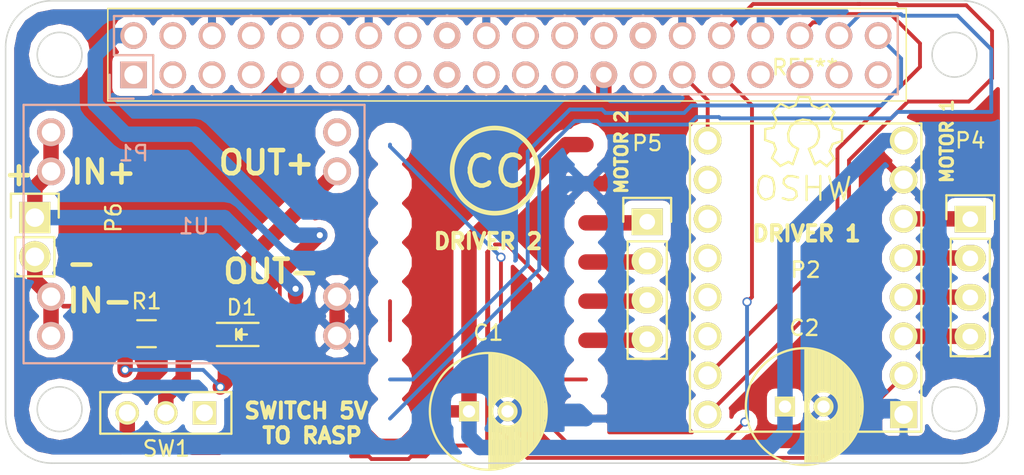
<source format=kicad_pcb>
(kicad_pcb (version 4) (host pcbnew 4.0.2+dfsg1-stable)

  (general
    (links 0)
    (no_connects 6)
    (area 121.084999 93.489999 186.185001 123.590001)
    (thickness 1.6)
    (drawings 32)
    (tracks 210)
    (zones 0)
    (modules 12)
    (nets 49)
  )

  (page A4)
  (layers
    (0 F.Cu signal)
    (31 B.Cu signal hide)
    (32 B.Adhes user)
    (33 F.Adhes user)
    (34 B.Paste user)
    (35 F.Paste user)
    (36 B.SilkS user)
    (37 F.SilkS user)
    (38 B.Mask user)
    (39 F.Mask user)
    (40 Dwgs.User user)
    (41 Cmts.User user)
    (42 Eco1.User user)
    (43 Eco2.User user)
    (44 Edge.Cuts user)
    (45 Margin user)
    (46 B.CrtYd user)
    (47 F.CrtYd user)
    (48 B.Fab user)
    (49 F.Fab user)
  )

  (setup
    (last_trace_width 0.25)
    (user_trace_width 0.8)
    (user_trace_width 1)
    (trace_clearance 0.4)
    (zone_clearance 0.508)
    (zone_45_only no)
    (trace_min 0.2)
    (segment_width 0.3)
    (edge_width 0.15)
    (via_size 0.6)
    (via_drill 0.4)
    (via_min_size 0.4)
    (via_min_drill 0.3)
    (uvia_size 0.3)
    (uvia_drill 0.1)
    (uvias_allowed no)
    (uvia_min_size 0.2)
    (uvia_min_drill 0.1)
    (pcb_text_width 0.3)
    (pcb_text_size 1.5 1.5)
    (mod_edge_width 0.15)
    (mod_text_size 1 1)
    (mod_text_width 0.15)
    (pad_size 1.8 1.8)
    (pad_drill 1.2)
    (pad_to_mask_clearance 0.2)
    (aux_axis_origin 0 0)
    (grid_origin 150.55 105.55)
    (visible_elements FFFFFF7F)
    (pcbplotparams
      (layerselection 0x0103c_80000001)
      (usegerberextensions false)
      (excludeedgelayer true)
      (linewidth 0.100000)
      (plotframeref false)
      (viasonmask false)
      (mode 1)
      (useauxorigin false)
      (hpglpennumber 1)
      (hpglpenspeed 20)
      (hpglpendiameter 15)
      (hpglpenoverlay 2)
      (psnegative false)
      (psa4output false)
      (plotreference true)
      (plotvalue true)
      (plotinvisibletext false)
      (padsonsilk false)
      (subtractmaskfromsilk false)
      (outputformat 1)
      (mirror false)
      (drillshape 0)
      (scaleselection 1)
      (outputdirectory Gerber_CC_OSHW/))
  )

  (net 0 "")
  (net 1 GND)
  (net 2 Battery+)
  (net 3 5v)
  (net 4 "Net-(D1-Pad1)")
  (net 5 3.3V)
  (net 6 SDA1_I2C_GPIO02)
  (net 7 SCL1_I2C_GPIO03)
  (net 8 GPIO04)
  (net 9 TX_GPIO14)
  (net 10 RX_GPIO14)
  (net 11 GPIO17)
  (net 12 GPIO18)
  (net 13 GPIO27)
  (net 14 GPIO22)
  (net 15 GPIO23)
  (net 16 GPIO24)
  (net 17 GPIO10_SPI_MOSI)
  (net 18 GPIO09_SPI_MISO)
  (net 19 GPIO25)
  (net 20 GPIO11_SPI_CLK)
  (net 21 SPI_CE0_GPIO08)
  (net 22 SPI_CE1_GPIO08)
  (net 23 ID_SD_EEPROM)
  (net 24 I2C_ID_SC_EEPROM)
  (net 25 GPIO05)
  (net 26 GPIO06)
  (net 27 DIR_1)
  (net 28 GPIO13)
  (net 29 GPIO19)
  (net 30 GPIO16)
  (net 31 GPIO26)
  (net 32 DIR_2)
  (net 33 GPIO21)
  (net 34 1B_1)
  (net 35 1A_1)
  (net 36 2A_1)
  (net 37 2B_1)
  (net 38 "Net-(P2-Pad6)")
  (net 39 "Net-(P2-Pad10)")
  (net 40 "Net-(P2-Pad14)")
  (net 41 "Net-(P2-Pad12)")
  (net 42 1B_2)
  (net 43 1A_2)
  (net 44 2A_2)
  (net 45 2B_2)
  (net 46 Battery-)
  (net 47 "Net-(SW1-Pad1)")
  (net 48 "Net-(SW1-Pad2)")

  (net_class Default "This is the default net class."
    (clearance 0.4)
    (trace_width 0.25)
    (via_dia 0.6)
    (via_drill 0.4)
    (uvia_dia 0.3)
    (uvia_drill 0.1)
    (add_net 1A_1)
    (add_net 1A_2)
    (add_net 1B_1)
    (add_net 1B_2)
    (add_net 2A_1)
    (add_net 2A_2)
    (add_net 2B_1)
    (add_net 2B_2)
    (add_net 3.3V)
    (add_net 5v)
    (add_net Battery+)
    (add_net Battery-)
    (add_net DIR_1)
    (add_net DIR_2)
    (add_net GND)
    (add_net GPIO04)
    (add_net GPIO05)
    (add_net GPIO06)
    (add_net GPIO09_SPI_MISO)
    (add_net GPIO10_SPI_MOSI)
    (add_net GPIO11_SPI_CLK)
    (add_net GPIO13)
    (add_net GPIO16)
    (add_net GPIO17)
    (add_net GPIO18)
    (add_net GPIO19)
    (add_net GPIO21)
    (add_net GPIO22)
    (add_net GPIO23)
    (add_net GPIO24)
    (add_net GPIO25)
    (add_net GPIO26)
    (add_net GPIO27)
    (add_net I2C_ID_SC_EEPROM)
    (add_net ID_SD_EEPROM)
    (add_net "Net-(D1-Pad1)")
    (add_net "Net-(P2-Pad10)")
    (add_net "Net-(P2-Pad12)")
    (add_net "Net-(P2-Pad14)")
    (add_net "Net-(P2-Pad6)")
    (add_net "Net-(SW1-Pad1)")
    (add_net "Net-(SW1-Pad2)")
    (add_net RX_GPIO14)
    (add_net SCL1_I2C_GPIO03)
    (add_net SDA1_I2C_GPIO02)
    (add_net SPI_CE0_GPIO08)
    (add_net SPI_CE1_GPIO08)
    (add_net TX_GPIO14)
  )

  (module Socket_Strips:Socket_Strip_Straight_2x20 (layer B.Cu) (tedit 5AAA24E2) (tstamp 5AA93AEB)
    (at 129.43 98.34)
    (descr "Through hole socket strip")
    (tags "socket strip")
    (path /5AA7D98E)
    (fp_text reference P1 (at 0 5.1) (layer B.SilkS)
      (effects (font (size 1 1) (thickness 0.15)) (justify mirror))
    )
    (fp_text value "Raspberry Pi Zero W" (at 0 3.1) (layer B.Fab)
      (effects (font (size 1 1) (thickness 0.15)) (justify mirror))
    )
    (fp_line (start -1.75 1.75) (end -1.75 -4.3) (layer B.CrtYd) (width 0.05))
    (fp_line (start 50.05 1.75) (end 50.05 -4.3) (layer B.CrtYd) (width 0.05))
    (fp_line (start -1.75 1.75) (end 50.05 1.75) (layer B.CrtYd) (width 0.05))
    (fp_line (start -1.75 -4.3) (end 50.05 -4.3) (layer B.CrtYd) (width 0.05))
    (fp_line (start 49.53 -3.81) (end -1.27 -3.81) (layer B.SilkS) (width 0.15))
    (fp_line (start 1.27 1.27) (end 49.53 1.27) (layer B.SilkS) (width 0.15))
    (fp_line (start 49.53 -3.81) (end 49.53 1.27) (layer B.SilkS) (width 0.15))
    (fp_line (start -1.27 -3.81) (end -1.27 -1.27) (layer B.SilkS) (width 0.15))
    (fp_line (start 0 1.55) (end -1.55 1.55) (layer B.SilkS) (width 0.15))
    (fp_line (start -1.27 -1.27) (end 1.27 -1.27) (layer B.SilkS) (width 0.15))
    (fp_line (start 1.27 -1.27) (end 1.27 1.27) (layer B.SilkS) (width 0.15))
    (fp_line (start -1.55 1.55) (end -1.55 0) (layer B.SilkS) (width 0.15))
    (pad 1 thru_hole rect (at 0 0) (size 1.7272 1.7272) (drill 1.2) (layers *.Cu *.Mask B.SilkS)
      (net 5 3.3V))
    (pad 2 thru_hole oval (at 0 -2.54) (size 1.7272 1.7272) (drill 1.2) (layers *.Cu *.Mask B.SilkS)
      (net 3 5v))
    (pad 3 thru_hole oval (at 2.54 0) (size 1.7272 1.7272) (drill 1.2) (layers *.Cu *.Mask B.SilkS)
      (net 6 SDA1_I2C_GPIO02))
    (pad 4 thru_hole oval (at 2.54 -2.54) (size 1.7272 1.7272) (drill 1.2) (layers *.Cu *.Mask B.SilkS)
      (net 3 5v))
    (pad 5 thru_hole oval (at 5.08 0) (size 1.7272 1.7272) (drill 1.2) (layers *.Cu *.Mask B.SilkS)
      (net 7 SCL1_I2C_GPIO03))
    (pad 6 thru_hole oval (at 5.08 -2.54) (size 1.7272 1.7272) (drill 1.2) (layers *.Cu *.Mask B.SilkS)
      (net 1 GND))
    (pad 7 thru_hole oval (at 7.62 0) (size 1.7272 1.7272) (drill 1.2) (layers *.Cu *.Mask B.SilkS)
      (net 8 GPIO04))
    (pad 8 thru_hole oval (at 7.62 -2.54) (size 1.7272 1.7272) (drill 1.2) (layers *.Cu *.Mask B.SilkS)
      (net 9 TX_GPIO14))
    (pad 9 thru_hole oval (at 10.16 0) (size 1.7272 1.7272) (drill 1.2) (layers *.Cu *.Mask B.SilkS)
      (net 1 GND))
    (pad 10 thru_hole oval (at 10.16 -2.54) (size 1.7272 1.7272) (drill 1.2) (layers *.Cu *.Mask B.SilkS)
      (net 10 RX_GPIO14))
    (pad 11 thru_hole oval (at 12.7 0) (size 1.7272 1.7272) (drill 1.2) (layers *.Cu *.Mask B.SilkS)
      (net 11 GPIO17))
    (pad 12 thru_hole oval (at 12.7 -2.54) (size 1.7272 1.7272) (drill 1.2) (layers *.Cu *.Mask B.SilkS)
      (net 12 GPIO18))
    (pad 13 thru_hole oval (at 15.24 0) (size 1.7272 1.7272) (drill 1.2) (layers *.Cu *.Mask B.SilkS)
      (net 13 GPIO27))
    (pad 14 thru_hole oval (at 15.24 -2.54) (size 1.7272 1.7272) (drill 1.2) (layers *.Cu *.Mask B.SilkS)
      (net 1 GND))
    (pad 15 thru_hole oval (at 17.78 0) (size 1.7272 1.7272) (drill 1.2) (layers *.Cu *.Mask B.SilkS)
      (net 14 GPIO22))
    (pad 16 thru_hole oval (at 17.78 -2.54) (size 1.7272 1.7272) (drill 1.2) (layers *.Cu *.Mask B.SilkS)
      (net 15 GPIO23))
    (pad 17 thru_hole oval (at 20.32 0) (size 1.7272 1.7272) (drill 1.016) (layers *.Cu *.Mask B.SilkS)
      (net 5 3.3V))
    (pad 18 thru_hole oval (at 20.32 -2.54) (size 1.7272 1.7272) (drill 1.016) (layers *.Cu *.Mask B.SilkS)
      (net 16 GPIO24))
    (pad 19 thru_hole oval (at 22.86 0) (size 1.7272 1.7272) (drill 1.2) (layers *.Cu *.Mask B.SilkS)
      (net 17 GPIO10_SPI_MOSI))
    (pad 20 thru_hole oval (at 22.86 -2.54) (size 1.7272 1.7272) (drill 1.2) (layers *.Cu *.Mask B.SilkS)
      (net 1 GND))
    (pad 21 thru_hole oval (at 25.4 0) (size 1.7272 1.7272) (drill 1.2) (layers *.Cu *.Mask B.SilkS)
      (net 18 GPIO09_SPI_MISO))
    (pad 22 thru_hole oval (at 25.4 -2.54) (size 1.7272 1.7272) (drill 1.2) (layers *.Cu *.Mask B.SilkS)
      (net 19 GPIO25))
    (pad 23 thru_hole oval (at 27.94 0) (size 1.7272 1.7272) (drill 1.2) (layers *.Cu *.Mask B.SilkS)
      (net 20 GPIO11_SPI_CLK))
    (pad 24 thru_hole oval (at 27.94 -2.54) (size 1.7272 1.7272) (drill 1.2) (layers *.Cu *.Mask B.SilkS)
      (net 21 SPI_CE0_GPIO08))
    (pad 25 thru_hole oval (at 30.48 0) (size 1.7272 1.7272) (drill 1.016) (layers *.Cu *.Mask B.SilkS)
      (net 1 GND))
    (pad 26 thru_hole oval (at 30.48 -2.54) (size 1.7272 1.7272) (drill 1.2) (layers *.Cu *.Mask B.SilkS)
      (net 22 SPI_CE1_GPIO08))
    (pad 27 thru_hole oval (at 33.02 0) (size 1.7272 1.7272) (drill 1.2) (layers *.Cu *.Mask B.SilkS)
      (net 23 ID_SD_EEPROM))
    (pad 28 thru_hole oval (at 33.02 -2.54) (size 1.7272 1.7272) (drill 1.016) (layers *.Cu *.Mask B.SilkS)
      (net 24 I2C_ID_SC_EEPROM))
    (pad 29 thru_hole oval (at 35.56 0) (size 1.7272 1.7272) (drill 1.2) (layers *.Cu *.Mask B.SilkS)
      (net 25 GPIO05))
    (pad 30 thru_hole oval (at 35.56 -2.54) (size 1.7272 1.7272) (drill 1.2) (layers *.Cu *.Mask B.SilkS)
      (net 1 GND))
    (pad 31 thru_hole oval (at 38.1 0) (size 1.7272 1.7272) (drill 1.2) (layers *.Cu *.Mask B.SilkS)
      (net 26 GPIO06))
    (pad 32 thru_hole oval (at 38.1 -2.54) (size 1.7272 1.7272) (drill 1.2) (layers *.Cu *.Mask B.SilkS)
      (net 27 DIR_1))
    (pad 33 thru_hole oval (at 40.64 0) (size 1.7272 1.7272) (drill 1.2) (layers *.Cu *.Mask B.SilkS)
      (net 28 GPIO13))
    (pad 34 thru_hole oval (at 40.64 -2.54) (size 1.7272 1.7272) (drill 1.2) (layers *.Cu *.Mask B.SilkS)
      (net 1 GND))
    (pad 35 thru_hole oval (at 43.18 0) (size 1.7272 1.7272) (drill 1.2) (layers *.Cu *.Mask B.SilkS)
      (net 29 GPIO19))
    (pad 36 thru_hole oval (at 43.18 -2.54) (size 1.7272 1.7272) (drill 1.2) (layers *.Cu *.Mask B.SilkS)
      (net 30 GPIO16))
    (pad 37 thru_hole oval (at 45.72 0) (size 1.7272 1.7272) (drill 1.2) (layers *.Cu *.Mask B.SilkS)
      (net 31 GPIO26))
    (pad 38 thru_hole oval (at 45.72 -2.54) (size 1.7272 1.7272) (drill 1.2) (layers *.Cu *.Mask B.SilkS)
      (net 32 DIR_2))
    (pad 39 thru_hole oval (at 48.26 0) (size 1.7272 1.7272) (drill 1.2) (layers *.Cu *.Mask B.SilkS)
      (net 1 GND))
    (pad 40 thru_hole oval (at 48.26 -2.54) (size 1.7272 1.7272) (drill 1.2) (layers *.Cu *.Mask B.SilkS)
      (net 33 GPIO21))
    (model Socket_Strips.3dshapes/Socket_Strip_Straight_2x20.wrl
      (at (xyz 0.95 -0.05 0))
      (scale (xyz 1 1 1))
      (rotate (xyz 0 0 180))
    )
  )

  (module Pin_Headers:Pin_Header_Straight_1x04 (layer F.Cu) (tedit 0) (tstamp 5AA93B23)
    (at 183.66 107.71)
    (descr "Through hole pin header")
    (tags "pin header")
    (path /5AA80EE6)
    (fp_text reference P4 (at 0 -5.1) (layer F.SilkS)
      (effects (font (size 1 1) (thickness 0.15)))
    )
    (fp_text value "MOTOR 1" (at 0 -3.1) (layer F.Fab)
      (effects (font (size 1 1) (thickness 0.15)))
    )
    (fp_line (start -1.75 -1.75) (end -1.75 9.4) (layer F.CrtYd) (width 0.05))
    (fp_line (start 1.75 -1.75) (end 1.75 9.4) (layer F.CrtYd) (width 0.05))
    (fp_line (start -1.75 -1.75) (end 1.75 -1.75) (layer F.CrtYd) (width 0.05))
    (fp_line (start -1.75 9.4) (end 1.75 9.4) (layer F.CrtYd) (width 0.05))
    (fp_line (start -1.27 1.27) (end -1.27 8.89) (layer F.SilkS) (width 0.15))
    (fp_line (start 1.27 1.27) (end 1.27 8.89) (layer F.SilkS) (width 0.15))
    (fp_line (start 1.55 -1.55) (end 1.55 0) (layer F.SilkS) (width 0.15))
    (fp_line (start -1.27 8.89) (end 1.27 8.89) (layer F.SilkS) (width 0.15))
    (fp_line (start 1.27 1.27) (end -1.27 1.27) (layer F.SilkS) (width 0.15))
    (fp_line (start -1.55 0) (end -1.55 -1.55) (layer F.SilkS) (width 0.15))
    (fp_line (start -1.55 -1.55) (end 1.55 -1.55) (layer F.SilkS) (width 0.15))
    (pad 1 thru_hole rect (at 0 0) (size 2.032 1.7272) (drill 1.016) (layers *.Cu *.Mask F.SilkS)
      (net 37 2B_1))
    (pad 2 thru_hole oval (at 0 2.54) (size 2.032 1.7272) (drill 1.016) (layers *.Cu *.Mask F.SilkS)
      (net 36 2A_1))
    (pad 3 thru_hole oval (at 0 5.08) (size 2.032 1.7272) (drill 1.016) (layers *.Cu *.Mask F.SilkS)
      (net 35 1A_1))
    (pad 4 thru_hole oval (at 0 7.62) (size 2.032 1.7272) (drill 1.016) (layers *.Cu *.Mask F.SilkS)
      (net 34 1B_1))
    (model Pin_Headers.3dshapes/Pin_Header_Straight_1x04.wrl
      (at (xyz 0 -0.15 0))
      (scale (xyz 1 1 1))
      (rotate (xyz 0 0 90))
    )
  )

  (module Capacitors_ThroughHole:C_Radial_D7.5_L11.2_P2.5 (layer F.Cu) (tedit 5AAA21AD) (tstamp 5AA93AB3)
    (at 151.17 120.18)
    (descr "Radial Electrolytic Capacitor Diameter 7.5mm x Length 11.2mm, Pitch 2.5mm")
    (tags "Electrolytic Capacitor")
    (path /5AA7ECF9)
    (fp_text reference C1 (at 1.25 -5.1) (layer F.SilkS)
      (effects (font (size 1 1) (thickness 0.15)))
    )
    (fp_text value 470uF (at 1.33 -2.03) (layer F.Fab)
      (effects (font (size 1 1) (thickness 0.15)))
    )
    (fp_line (start 1.325 -3.749) (end 1.325 3.749) (layer F.SilkS) (width 0.15))
    (fp_line (start 1.465 -3.744) (end 1.465 3.744) (layer F.SilkS) (width 0.15))
    (fp_line (start 1.605 -3.733) (end 1.605 -0.446) (layer F.SilkS) (width 0.15))
    (fp_line (start 1.605 0.446) (end 1.605 3.733) (layer F.SilkS) (width 0.15))
    (fp_line (start 1.745 -3.717) (end 1.745 -0.656) (layer F.SilkS) (width 0.15))
    (fp_line (start 1.745 0.656) (end 1.745 3.717) (layer F.SilkS) (width 0.15))
    (fp_line (start 1.885 -3.696) (end 1.885 -0.789) (layer F.SilkS) (width 0.15))
    (fp_line (start 1.885 0.789) (end 1.885 3.696) (layer F.SilkS) (width 0.15))
    (fp_line (start 2.025 -3.669) (end 2.025 -0.88) (layer F.SilkS) (width 0.15))
    (fp_line (start 2.025 0.88) (end 2.025 3.669) (layer F.SilkS) (width 0.15))
    (fp_line (start 2.165 -3.637) (end 2.165 -0.942) (layer F.SilkS) (width 0.15))
    (fp_line (start 2.165 0.942) (end 2.165 3.637) (layer F.SilkS) (width 0.15))
    (fp_line (start 2.305 -3.599) (end 2.305 -0.981) (layer F.SilkS) (width 0.15))
    (fp_line (start 2.305 0.981) (end 2.305 3.599) (layer F.SilkS) (width 0.15))
    (fp_line (start 2.445 -3.555) (end 2.445 -0.998) (layer F.SilkS) (width 0.15))
    (fp_line (start 2.445 0.998) (end 2.445 3.555) (layer F.SilkS) (width 0.15))
    (fp_line (start 2.585 -3.504) (end 2.585 -0.996) (layer F.SilkS) (width 0.15))
    (fp_line (start 2.585 0.996) (end 2.585 3.504) (layer F.SilkS) (width 0.15))
    (fp_line (start 2.725 -3.448) (end 2.725 -0.974) (layer F.SilkS) (width 0.15))
    (fp_line (start 2.725 0.974) (end 2.725 3.448) (layer F.SilkS) (width 0.15))
    (fp_line (start 2.865 -3.384) (end 2.865 -0.931) (layer F.SilkS) (width 0.15))
    (fp_line (start 2.865 0.931) (end 2.865 3.384) (layer F.SilkS) (width 0.15))
    (fp_line (start 3.005 -3.314) (end 3.005 -0.863) (layer F.SilkS) (width 0.15))
    (fp_line (start 3.005 0.863) (end 3.005 3.314) (layer F.SilkS) (width 0.15))
    (fp_line (start 3.145 -3.236) (end 3.145 -0.764) (layer F.SilkS) (width 0.15))
    (fp_line (start 3.145 0.764) (end 3.145 3.236) (layer F.SilkS) (width 0.15))
    (fp_line (start 3.285 -3.15) (end 3.285 -0.619) (layer F.SilkS) (width 0.15))
    (fp_line (start 3.285 0.619) (end 3.285 3.15) (layer F.SilkS) (width 0.15))
    (fp_line (start 3.425 -3.055) (end 3.425 -0.38) (layer F.SilkS) (width 0.15))
    (fp_line (start 3.425 0.38) (end 3.425 3.055) (layer F.SilkS) (width 0.15))
    (fp_line (start 3.565 -2.95) (end 3.565 2.95) (layer F.SilkS) (width 0.15))
    (fp_line (start 3.705 -2.835) (end 3.705 2.835) (layer F.SilkS) (width 0.15))
    (fp_line (start 3.845 -2.707) (end 3.845 2.707) (layer F.SilkS) (width 0.15))
    (fp_line (start 3.985 -2.566) (end 3.985 2.566) (layer F.SilkS) (width 0.15))
    (fp_line (start 4.125 -2.408) (end 4.125 2.408) (layer F.SilkS) (width 0.15))
    (fp_line (start 4.265 -2.23) (end 4.265 2.23) (layer F.SilkS) (width 0.15))
    (fp_line (start 4.405 -2.027) (end 4.405 2.027) (layer F.SilkS) (width 0.15))
    (fp_line (start 4.545 -1.79) (end 4.545 1.79) (layer F.SilkS) (width 0.15))
    (fp_line (start 4.685 -1.504) (end 4.685 1.504) (layer F.SilkS) (width 0.15))
    (fp_line (start 4.825 -1.132) (end 4.825 1.132) (layer F.SilkS) (width 0.15))
    (fp_line (start 4.965 -0.511) (end 4.965 0.511) (layer F.SilkS) (width 0.15))
    (fp_circle (center 2.5 0) (end 2.5 -1) (layer F.SilkS) (width 0.15))
    (fp_circle (center 1.25 0) (end 1.25 -3.7875) (layer F.SilkS) (width 0.15))
    (fp_circle (center 1.25 0) (end 1.25 -4.1) (layer F.CrtYd) (width 0.05))
    (pad 2 thru_hole circle (at 2.5 0) (size 1.3 1.3) (drill 0.8) (layers *.Cu *.Mask F.SilkS)
      (net 1 GND))
    (pad 1 thru_hole rect (at 0 0) (size 1.3 1.3) (drill 0.8) (layers *.Cu *.Mask F.SilkS)
      (net 2 Battery+))
    (model Capacitors_ThroughHole.3dshapes/C_Radial_D7.5_L11.2_P2.5.wrl
      (at (xyz 0 0 0))
      (scale (xyz 1 1 1))
      (rotate (xyz 0 0 0))
    )
  )

  (module Capacitors_ThroughHole:C_Radial_D7.5_L11.2_P2.5 (layer F.Cu) (tedit 0) (tstamp 5AA93AB9)
    (at 171.65 119.87)
    (descr "Radial Electrolytic Capacitor Diameter 7.5mm x Length 11.2mm, Pitch 2.5mm")
    (tags "Electrolytic Capacitor")
    (path /5AA817C3)
    (fp_text reference C2 (at 1.25 -5.1) (layer F.SilkS)
      (effects (font (size 1 1) (thickness 0.15)))
    )
    (fp_text value 470uF (at 1.35 -2.42) (layer F.Fab)
      (effects (font (size 1 1) (thickness 0.15)))
    )
    (fp_line (start 1.325 -3.749) (end 1.325 3.749) (layer F.SilkS) (width 0.15))
    (fp_line (start 1.465 -3.744) (end 1.465 3.744) (layer F.SilkS) (width 0.15))
    (fp_line (start 1.605 -3.733) (end 1.605 -0.446) (layer F.SilkS) (width 0.15))
    (fp_line (start 1.605 0.446) (end 1.605 3.733) (layer F.SilkS) (width 0.15))
    (fp_line (start 1.745 -3.717) (end 1.745 -0.656) (layer F.SilkS) (width 0.15))
    (fp_line (start 1.745 0.656) (end 1.745 3.717) (layer F.SilkS) (width 0.15))
    (fp_line (start 1.885 -3.696) (end 1.885 -0.789) (layer F.SilkS) (width 0.15))
    (fp_line (start 1.885 0.789) (end 1.885 3.696) (layer F.SilkS) (width 0.15))
    (fp_line (start 2.025 -3.669) (end 2.025 -0.88) (layer F.SilkS) (width 0.15))
    (fp_line (start 2.025 0.88) (end 2.025 3.669) (layer F.SilkS) (width 0.15))
    (fp_line (start 2.165 -3.637) (end 2.165 -0.942) (layer F.SilkS) (width 0.15))
    (fp_line (start 2.165 0.942) (end 2.165 3.637) (layer F.SilkS) (width 0.15))
    (fp_line (start 2.305 -3.599) (end 2.305 -0.981) (layer F.SilkS) (width 0.15))
    (fp_line (start 2.305 0.981) (end 2.305 3.599) (layer F.SilkS) (width 0.15))
    (fp_line (start 2.445 -3.555) (end 2.445 -0.998) (layer F.SilkS) (width 0.15))
    (fp_line (start 2.445 0.998) (end 2.445 3.555) (layer F.SilkS) (width 0.15))
    (fp_line (start 2.585 -3.504) (end 2.585 -0.996) (layer F.SilkS) (width 0.15))
    (fp_line (start 2.585 0.996) (end 2.585 3.504) (layer F.SilkS) (width 0.15))
    (fp_line (start 2.725 -3.448) (end 2.725 -0.974) (layer F.SilkS) (width 0.15))
    (fp_line (start 2.725 0.974) (end 2.725 3.448) (layer F.SilkS) (width 0.15))
    (fp_line (start 2.865 -3.384) (end 2.865 -0.931) (layer F.SilkS) (width 0.15))
    (fp_line (start 2.865 0.931) (end 2.865 3.384) (layer F.SilkS) (width 0.15))
    (fp_line (start 3.005 -3.314) (end 3.005 -0.863) (layer F.SilkS) (width 0.15))
    (fp_line (start 3.005 0.863) (end 3.005 3.314) (layer F.SilkS) (width 0.15))
    (fp_line (start 3.145 -3.236) (end 3.145 -0.764) (layer F.SilkS) (width 0.15))
    (fp_line (start 3.145 0.764) (end 3.145 3.236) (layer F.SilkS) (width 0.15))
    (fp_line (start 3.285 -3.15) (end 3.285 -0.619) (layer F.SilkS) (width 0.15))
    (fp_line (start 3.285 0.619) (end 3.285 3.15) (layer F.SilkS) (width 0.15))
    (fp_line (start 3.425 -3.055) (end 3.425 -0.38) (layer F.SilkS) (width 0.15))
    (fp_line (start 3.425 0.38) (end 3.425 3.055) (layer F.SilkS) (width 0.15))
    (fp_line (start 3.565 -2.95) (end 3.565 2.95) (layer F.SilkS) (width 0.15))
    (fp_line (start 3.705 -2.835) (end 3.705 2.835) (layer F.SilkS) (width 0.15))
    (fp_line (start 3.845 -2.707) (end 3.845 2.707) (layer F.SilkS) (width 0.15))
    (fp_line (start 3.985 -2.566) (end 3.985 2.566) (layer F.SilkS) (width 0.15))
    (fp_line (start 4.125 -2.408) (end 4.125 2.408) (layer F.SilkS) (width 0.15))
    (fp_line (start 4.265 -2.23) (end 4.265 2.23) (layer F.SilkS) (width 0.15))
    (fp_line (start 4.405 -2.027) (end 4.405 2.027) (layer F.SilkS) (width 0.15))
    (fp_line (start 4.545 -1.79) (end 4.545 1.79) (layer F.SilkS) (width 0.15))
    (fp_line (start 4.685 -1.504) (end 4.685 1.504) (layer F.SilkS) (width 0.15))
    (fp_line (start 4.825 -1.132) (end 4.825 1.132) (layer F.SilkS) (width 0.15))
    (fp_line (start 4.965 -0.511) (end 4.965 0.511) (layer F.SilkS) (width 0.15))
    (fp_circle (center 2.5 0) (end 2.5 -1) (layer F.SilkS) (width 0.15))
    (fp_circle (center 1.25 0) (end 1.25 -3.7875) (layer F.SilkS) (width 0.15))
    (fp_circle (center 1.25 0) (end 1.25 -4.1) (layer F.CrtYd) (width 0.05))
    (pad 2 thru_hole circle (at 2.5 0) (size 1.3 1.3) (drill 0.8) (layers *.Cu *.Mask F.SilkS)
      (net 1 GND))
    (pad 1 thru_hole rect (at 0 0) (size 1.3 1.3) (drill 0.8) (layers *.Cu *.Mask F.SilkS)
      (net 2 Battery+))
    (model Capacitors_ThroughHole.3dshapes/C_Radial_D7.5_L11.2_P2.5.wrl
      (at (xyz 0 0 0))
      (scale (xyz 1 1 1))
      (rotate (xyz 0 0 0))
    )
  )

  (module LEDs:LED_0805 (layer F.Cu) (tedit 55BDE1C2) (tstamp 5AA93ABF)
    (at 136.42902 115.19)
    (descr "LED 0805 smd package")
    (tags "LED 0805 SMD")
    (path /5AA8C2AB)
    (attr smd)
    (fp_text reference D1 (at 0 -1.75) (layer F.SilkS)
      (effects (font (size 1 1) (thickness 0.15)))
    )
    (fp_text value LED (at 0 1.75) (layer F.Fab)
      (effects (font (size 1 1) (thickness 0.15)))
    )
    (fp_line (start -1.6 0.75) (end 1.1 0.75) (layer F.SilkS) (width 0.15))
    (fp_line (start -1.6 -0.75) (end 1.1 -0.75) (layer F.SilkS) (width 0.15))
    (fp_line (start -0.1 0.15) (end -0.1 -0.1) (layer F.SilkS) (width 0.15))
    (fp_line (start -0.1 -0.1) (end -0.25 0.05) (layer F.SilkS) (width 0.15))
    (fp_line (start -0.35 -0.35) (end -0.35 0.35) (layer F.SilkS) (width 0.15))
    (fp_line (start 0 0) (end 0.35 0) (layer F.SilkS) (width 0.15))
    (fp_line (start -0.35 0) (end 0 -0.35) (layer F.SilkS) (width 0.15))
    (fp_line (start 0 -0.35) (end 0 0.35) (layer F.SilkS) (width 0.15))
    (fp_line (start 0 0.35) (end -0.35 0) (layer F.SilkS) (width 0.15))
    (fp_line (start 1.9 -0.95) (end 1.9 0.95) (layer F.CrtYd) (width 0.05))
    (fp_line (start 1.9 0.95) (end -1.9 0.95) (layer F.CrtYd) (width 0.05))
    (fp_line (start -1.9 0.95) (end -1.9 -0.95) (layer F.CrtYd) (width 0.05))
    (fp_line (start -1.9 -0.95) (end 1.9 -0.95) (layer F.CrtYd) (width 0.05))
    (pad 2 smd rect (at 1.04902 0 180) (size 1.19888 1.19888) (layers F.Cu F.Paste F.Mask)
      (net 3 5v))
    (pad 1 smd rect (at -1.04902 0 180) (size 1.19888 1.19888) (layers F.Cu F.Paste F.Mask)
      (net 4 "Net-(D1-Pad1)"))
    (model LEDs.3dshapes/LED_0805.wrl
      (at (xyz 0 0 0))
      (scale (xyz 1 1 1))
      (rotate (xyz 0 0 0))
    )
  )

  (module MODULE:A4988_Stepper_Motor_Driver (layer F.Cu) (tedit 5AA8E585) (tstamp 5AA93B03)
    (at 172.99 111.5 180)
    (path /5AA7E8DE)
    (fp_text reference P2 (at 0 0.5 180) (layer F.SilkS)
      (effects (font (size 1 1) (thickness 0.15)))
    )
    (fp_text value STEPPER_1 (at 0 -2.54 360) (layer F.Fab)
      (effects (font (size 0.5 0.5) (thickness 0.125) italic))
    )
    (fp_line (start -7.5 -10) (end -7.5 10) (layer F.SilkS) (width 0.15))
    (fp_line (start -7.5 10) (end 7.5 10) (layer F.SilkS) (width 0.15))
    (fp_line (start 7.5 10) (end 7.5 -10) (layer F.SilkS) (width 0.15))
    (fp_line (start 7.5 -10) (end -7.5 -10) (layer F.SilkS) (width 0.15))
    (pad 1 thru_hole rect (at -6.35 -8.89 180) (size 1.75 1.75) (drill 1.2) (layers *.Cu *.Mask F.SilkS)
      (net 1 GND))
    (pad 3 thru_hole circle (at -6.35 -6.35 180) (size 1.8 1.8) (drill 1.2) (layers *.Cu *.Mask F.SilkS)
      (net 3 5v))
    (pad 5 thru_hole circle (at -6.35 -3.81 180) (size 1.8 1.8) (drill 1.2) (layers *.Cu *.Mask F.SilkS)
      (net 34 1B_1))
    (pad 7 thru_hole circle (at -6.35 -1.27 180) (size 1.8 1.8) (drill 1.2) (layers *.Cu *.Mask F.SilkS)
      (net 35 1A_1))
    (pad 9 thru_hole circle (at -6.35 1.27 180) (size 1.8 1.8) (drill 1.2) (layers *.Cu *.Mask F.SilkS)
      (net 36 2A_1))
    (pad 11 thru_hole circle (at -6.35 3.81 180) (size 1.8 1.8) (drill 1.2) (layers *.Cu *.Mask F.SilkS)
      (net 37 2B_1))
    (pad 13 thru_hole circle (at -6.35 6.35 180) (size 1.8 1.8) (drill 1.2) (layers *.Cu *.Mask F.SilkS)
      (net 1 GND))
    (pad 15 thru_hole circle (at -6.35 8.89 180) (size 1.8 1.8) (drill 1.2) (layers *.Cu *.Mask F.SilkS)
      (net 2 Battery+))
    (pad 2 thru_hole circle (at 6.35 -8.89 180) (size 1.8 1.8) (drill 1.2) (layers *.Cu *.Mask F.SilkS)
      (net 27 DIR_1))
    (pad 4 thru_hole circle (at 6.35 -6.35 180) (size 1.8 1.8) (drill 1.2) (layers *.Cu *.Mask F.SilkS)
      (net 30 GPIO16))
    (pad 6 thru_hole circle (at 6.35 -3.81 180) (size 1.8 1.8) (drill 1.2) (layers *.Cu *.Mask F.SilkS)
      (net 38 "Net-(P2-Pad6)"))
    (pad 8 thru_hole circle (at 6.35 -1.27 180) (size 1.8 1.8) (drill 1.2) (layers *.Cu *.Mask F.SilkS)
      (net 38 "Net-(P2-Pad6)"))
    (pad 10 thru_hole circle (at 6.35 1.27 180) (size 1.8 1.8) (drill 1.2) (layers *.Cu *.Mask F.SilkS)
      (net 39 "Net-(P2-Pad10)"))
    (pad 14 thru_hole circle (at 6.35 6.35 180) (size 1.8 1.8) (drill 1.2) (layers *.Cu *.Mask F.SilkS)
      (net 40 "Net-(P2-Pad14)"))
    (pad 12 thru_hole circle (at 6.35 3.81 180) (size 1.8 1.8) (drill 1.2) (layers *.Cu *.Mask F.SilkS)
      (net 41 "Net-(P2-Pad12)"))
    (pad 16 thru_hole circle (at 6.35 8.89 180) (size 1.8 1.8) (drill 1.2) (layers *.Cu *.Mask F.SilkS)
      (net 25 GPIO05))
  )

  (module Socket_Strips:Socket_Strip_Straight_1x02 (layer F.Cu) (tedit 5AAA2434) (tstamp 5AA93B31)
    (at 123.03 107.61 270)
    (descr "Through hole socket strip")
    (tags "socket strip")
    (path /5AA8B555)
    (fp_text reference P6 (at 0 -5.1 270) (layer F.SilkS)
      (effects (font (size 1 1) (thickness 0.15)))
    )
    (fp_text value PWR (at 0 -3.1 270) (layer F.Fab)
      (effects (font (size 1 1) (thickness 0.15)))
    )
    (fp_line (start -1.55 1.55) (end 0 1.55) (layer F.SilkS) (width 0.15))
    (fp_line (start 3.81 1.27) (end 1.27 1.27) (layer F.SilkS) (width 0.15))
    (fp_line (start -1.75 -1.75) (end -1.75 1.75) (layer F.CrtYd) (width 0.05))
    (fp_line (start 4.3 -1.75) (end 4.3 1.75) (layer F.CrtYd) (width 0.05))
    (fp_line (start -1.75 -1.75) (end 4.3 -1.75) (layer F.CrtYd) (width 0.05))
    (fp_line (start -1.75 1.75) (end 4.3 1.75) (layer F.CrtYd) (width 0.05))
    (fp_line (start 1.27 1.27) (end 1.27 -1.27) (layer F.SilkS) (width 0.15))
    (fp_line (start 0 -1.55) (end -1.55 -1.55) (layer F.SilkS) (width 0.15))
    (fp_line (start -1.55 -1.55) (end -1.55 1.55) (layer F.SilkS) (width 0.15))
    (fp_line (start 1.27 -1.27) (end 3.81 -1.27) (layer F.SilkS) (width 0.15))
    (fp_line (start 3.81 -1.27) (end 3.81 1.27) (layer F.SilkS) (width 0.15))
    (pad 1 thru_hole rect (at 0 0 270) (size 2.032 2.032) (drill 1.2) (layers *.Cu *.Mask F.SilkS)
      (net 2 Battery+))
    (pad 2 thru_hole oval (at 2.54 0 270) (size 2.032 2.032) (drill 1.2) (layers *.Cu *.Mask F.SilkS)
      (net 46 Battery-))
    (model Socket_Strips.3dshapes/Socket_Strip_Straight_1x02.wrl
      (at (xyz 0.05 0 0))
      (scale (xyz 1 1 1))
      (rotate (xyz 0 0 180))
    )
  )

  (module Resistors_SMD:R_0805_HandSoldering (layer F.Cu) (tedit 54189DEE) (tstamp 5AA93B37)
    (at 130.27 115.14)
    (descr "Resistor SMD 0805, hand soldering")
    (tags "resistor 0805")
    (path /5AA9A77A)
    (attr smd)
    (fp_text reference R1 (at 0 -2.1) (layer F.SilkS)
      (effects (font (size 1 1) (thickness 0.15)))
    )
    (fp_text value 330 (at 0 2.1) (layer F.Fab)
      (effects (font (size 1 1) (thickness 0.15)))
    )
    (fp_line (start -2.4 -1) (end 2.4 -1) (layer F.CrtYd) (width 0.05))
    (fp_line (start -2.4 1) (end 2.4 1) (layer F.CrtYd) (width 0.05))
    (fp_line (start -2.4 -1) (end -2.4 1) (layer F.CrtYd) (width 0.05))
    (fp_line (start 2.4 -1) (end 2.4 1) (layer F.CrtYd) (width 0.05))
    (fp_line (start 0.6 0.875) (end -0.6 0.875) (layer F.SilkS) (width 0.15))
    (fp_line (start -0.6 -0.875) (end 0.6 -0.875) (layer F.SilkS) (width 0.15))
    (pad 1 smd rect (at -1.35 0) (size 1.5 1.3) (layers F.Cu F.Paste F.Mask)
      (net 4 "Net-(D1-Pad1)"))
    (pad 2 smd rect (at 1.35 0) (size 1.5 1.3) (layers F.Cu F.Paste F.Mask)
      (net 1 GND))
    (model Resistors_SMD.3dshapes/R_0805_HandSoldering.wrl
      (at (xyz 0 0 0))
      (scale (xyz 1 1 1))
      (rotate (xyz 0 0 0))
    )
  )

  (module MODULE:LM2596 (layer B.Cu) (tedit 5AAA2500) (tstamp 5AA93B4F)
    (at 133.35 108.676)
    (path /5AA8B1FE)
    (fp_text reference U1 (at 0 -0.5) (layer B.SilkS)
      (effects (font (size 1 1) (thickness 0.15)) (justify mirror))
    )
    (fp_text value LM2596_mini_module (at -0.1 2.2) (layer B.Fab)
      (effects (font (size 0.7 0.7) (thickness 0.125)) (justify mirror))
    )
    (fp_line (start 11.049 -8.382) (end -11.049 -8.382) (layer B.SilkS) (width 0.15))
    (fp_line (start 11.049 8.382) (end 11.049 -8.382) (layer B.SilkS) (width 0.15))
    (fp_line (start -11.049 8.382) (end 11.049 8.382) (layer B.SilkS) (width 0.15))
    (fp_line (start -11.049 8.382) (end -11.049 -8.382) (layer B.SilkS) (width 0.15))
    (pad 1 thru_hole circle (at -9.271 -6.604) (size 1.8 1.8) (drill 1.2) (layers *.Cu *.Mask B.SilkS)
      (net 2 Battery+))
    (pad 2 thru_hole circle (at -9.271 -4.064) (size 1.8 1.8) (drill 1.2) (layers *.Cu *.Mask B.SilkS)
      (net 2 Battery+))
    (pad 3 thru_hole circle (at -9.271 6.604) (size 1.8 1.8) (drill 1.2) (layers *.Cu *.Mask B.SilkS)
      (net 46 Battery-))
    (pad 4 thru_hole circle (at -9.271 4.064) (size 1.8 1.8) (drill 1.2) (layers *.Cu *.Mask B.SilkS)
      (net 46 Battery-))
    (pad 5 thru_hole circle (at 9.271 -6.604) (size 1.8 1.8) (drill 1.2) (layers *.Cu *.Mask B.SilkS)
      (net 48 "Net-(SW1-Pad2)"))
    (pad 6 thru_hole circle (at 9.271 -4.064) (size 1.8 1.8) (drill 1.2) (layers *.Cu *.Mask B.SilkS)
      (net 48 "Net-(SW1-Pad2)"))
    (pad 7 thru_hole circle (at 9.271 4.064) (size 1.8 1.8) (drill 1.2) (layers *.Cu *.Mask B.SilkS)
      (net 1 GND))
    (pad 8 thru_hole circle (at 9.271 6.604) (size 1.8 1.8) (drill 1.2) (layers *.Cu *.Mask B.SilkS)
      (net 1 GND))
  )

  (module Pin_Headers:Pin_Header_Straight_1x04 (layer F.Cu) (tedit 5AAA2406) (tstamp 5AA940A6)
    (at 162.72 107.88)
    (descr "Through hole pin header")
    (tags "pin header")
    (path /5AA817EB)
    (fp_text reference P5 (at 0 -5.1) (layer F.SilkS)
      (effects (font (size 1 1) (thickness 0.15)))
    )
    (fp_text value "MOTOR 2" (at 0 -3.1) (layer F.Fab)
      (effects (font (size 1 1) (thickness 0.15)))
    )
    (fp_line (start -1.75 -1.75) (end -1.75 9.4) (layer F.CrtYd) (width 0.05))
    (fp_line (start 1.75 -1.75) (end 1.75 9.4) (layer F.CrtYd) (width 0.05))
    (fp_line (start -1.75 -1.75) (end 1.75 -1.75) (layer F.CrtYd) (width 0.05))
    (fp_line (start -1.75 9.4) (end 1.75 9.4) (layer F.CrtYd) (width 0.05))
    (fp_line (start -1.27 1.27) (end -1.27 8.89) (layer F.SilkS) (width 0.15))
    (fp_line (start 1.27 1.27) (end 1.27 8.89) (layer F.SilkS) (width 0.15))
    (fp_line (start 1.55 -1.55) (end 1.55 0) (layer F.SilkS) (width 0.15))
    (fp_line (start -1.27 8.89) (end 1.27 8.89) (layer F.SilkS) (width 0.15))
    (fp_line (start 1.27 1.27) (end -1.27 1.27) (layer F.SilkS) (width 0.15))
    (fp_line (start -1.55 0) (end -1.55 -1.55) (layer F.SilkS) (width 0.15))
    (fp_line (start -1.55 -1.55) (end 1.55 -1.55) (layer F.SilkS) (width 0.15))
    (pad 1 thru_hole rect (at 0 0) (size 2.032 1.7272) (drill 1.016) (layers *.Cu *.Mask F.SilkS)
      (net 45 2B_2))
    (pad 2 thru_hole oval (at 0 2.54) (size 2.032 1.7272) (drill 1.1) (layers *.Cu *.Mask F.SilkS)
      (net 44 2A_2))
    (pad 3 thru_hole oval (at 0 5.08) (size 2.032 1.7272) (drill 1.016) (layers *.Cu *.Mask F.SilkS)
      (net 43 1A_2))
    (pad 4 thru_hole oval (at 0 7.62) (size 2.032 1.7272) (drill 1.016) (layers *.Cu *.Mask F.SilkS)
      (net 42 1B_2))
    (model Pin_Headers.3dshapes/Pin_Header_Straight_1x04.wrl
      (at (xyz 0 -0.15 0))
      (scale (xyz 1 1 1))
      (rotate (xyz 0 0 90))
    )
  )

  (module MODULE:mini_slider_switch (layer F.Cu) (tedit 5AA9446C) (tstamp 5AA94564)
    (at 131.52 120.28)
    (path /5AA93FB0)
    (fp_text reference SW1 (at 0.03 2.32) (layer F.SilkS)
      (effects (font (size 1 1) (thickness 0.15)))
    )
    (fp_text value Switch_SPDT_x2 (at 0 -3) (layer F.Fab)
      (effects (font (size 1 1) (thickness 0.15)))
    )
    (fp_line (start 4.25 -1.35) (end -4.25 -1.35) (layer F.SilkS) (width 0.15))
    (fp_line (start 4.25 1.35) (end 4.25 -1.35) (layer F.SilkS) (width 0.15))
    (fp_line (start -4.25 1.35) (end 4.25 1.35) (layer F.SilkS) (width 0.15))
    (fp_line (start -4.25 -1.35) (end -4.25 1.35) (layer F.SilkS) (width 0.15))
    (pad 2 thru_hole circle (at 0 0) (size 1.524 1.524) (drill 1.1) (layers *.Cu *.Mask F.SilkS)
      (net 48 "Net-(SW1-Pad2)"))
    (pad 1 thru_hole rect (at 2.5 0) (size 1.524 1.524) (drill 1.1) (layers *.Cu *.Mask F.SilkS)
      (net 47 "Net-(SW1-Pad1)"))
    (pad 3 thru_hole circle (at -2.5 0) (size 1.524 1.524) (drill 1.1) (layers *.Cu *.Mask F.SilkS)
      (net 3 5v))
  )

  (module Symbols:Symbol_OSHW-Logo_SilkScreen (layer F.Cu) (tedit 0) (tstamp 5AAD75AF)
    (at 172.85 102.25)
    (descr "Symbol, OSHW-Logo, Silk Screen,")
    (tags "Symbol, OSHW-Logo, Silk Screen,")
    (fp_text reference REF** (at 0.09906 -4.38912) (layer F.SilkS)
      (effects (font (size 1 1) (thickness 0.15)))
    )
    (fp_text value Symbol_OSHW-Logo_SilkScreen (at 0.30988 6.56082) (layer F.Fab)
      (effects (font (size 1 1) (thickness 0.15)))
    )
    (fp_line (start 1.66878 2.68986) (end 2.02946 4.16052) (layer F.SilkS) (width 0.15))
    (fp_line (start 2.02946 4.16052) (end 2.30886 3.0988) (layer F.SilkS) (width 0.15))
    (fp_line (start 2.30886 3.0988) (end 2.61874 4.17068) (layer F.SilkS) (width 0.15))
    (fp_line (start 2.61874 4.17068) (end 2.9591 2.72034) (layer F.SilkS) (width 0.15))
    (fp_line (start 0.24892 3.38074) (end 1.03886 3.37058) (layer F.SilkS) (width 0.15))
    (fp_line (start 1.03886 3.37058) (end 1.04902 3.38074) (layer F.SilkS) (width 0.15))
    (fp_line (start 1.04902 3.38074) (end 1.04902 3.37058) (layer F.SilkS) (width 0.15))
    (fp_line (start 1.08966 2.65938) (end 1.08966 4.20116) (layer F.SilkS) (width 0.15))
    (fp_line (start 0.20066 2.64922) (end 0.20066 4.21894) (layer F.SilkS) (width 0.15))
    (fp_line (start 0.20066 4.21894) (end 0.21082 4.20878) (layer F.SilkS) (width 0.15))
    (fp_line (start -0.35052 2.75082) (end -0.70104 2.66954) (layer F.SilkS) (width 0.15))
    (fp_line (start -0.70104 2.66954) (end -1.02108 2.65938) (layer F.SilkS) (width 0.15))
    (fp_line (start -1.02108 2.65938) (end -1.25984 2.86004) (layer F.SilkS) (width 0.15))
    (fp_line (start -1.25984 2.86004) (end -1.29032 3.12928) (layer F.SilkS) (width 0.15))
    (fp_line (start -1.29032 3.12928) (end -1.04902 3.37058) (layer F.SilkS) (width 0.15))
    (fp_line (start -1.04902 3.37058) (end -0.6604 3.50012) (layer F.SilkS) (width 0.15))
    (fp_line (start -0.6604 3.50012) (end -0.48006 3.66014) (layer F.SilkS) (width 0.15))
    (fp_line (start -0.48006 3.66014) (end -0.43942 3.95986) (layer F.SilkS) (width 0.15))
    (fp_line (start -0.43942 3.95986) (end -0.67056 4.18084) (layer F.SilkS) (width 0.15))
    (fp_line (start -0.67056 4.18084) (end -0.9906 4.20878) (layer F.SilkS) (width 0.15))
    (fp_line (start -0.9906 4.20878) (end -1.34112 4.09956) (layer F.SilkS) (width 0.15))
    (fp_line (start -2.37998 2.64922) (end -2.6289 2.66954) (layer F.SilkS) (width 0.15))
    (fp_line (start -2.6289 2.66954) (end -2.8702 2.91084) (layer F.SilkS) (width 0.15))
    (fp_line (start -2.8702 2.91084) (end -2.9591 3.40106) (layer F.SilkS) (width 0.15))
    (fp_line (start -2.9591 3.40106) (end -2.93116 3.74904) (layer F.SilkS) (width 0.15))
    (fp_line (start -2.93116 3.74904) (end -2.7305 4.06908) (layer F.SilkS) (width 0.15))
    (fp_line (start -2.7305 4.06908) (end -2.47904 4.191) (layer F.SilkS) (width 0.15))
    (fp_line (start -2.47904 4.191) (end -2.16916 4.11988) (layer F.SilkS) (width 0.15))
    (fp_line (start -2.16916 4.11988) (end -1.95072 3.93954) (layer F.SilkS) (width 0.15))
    (fp_line (start -1.95072 3.93954) (end -1.8796 3.4798) (layer F.SilkS) (width 0.15))
    (fp_line (start -1.8796 3.4798) (end -1.9304 3.07086) (layer F.SilkS) (width 0.15))
    (fp_line (start -1.9304 3.07086) (end -2.03962 2.78892) (layer F.SilkS) (width 0.15))
    (fp_line (start -2.03962 2.78892) (end -2.4003 2.65938) (layer F.SilkS) (width 0.15))
    (fp_line (start -1.78054 0.92964) (end -2.03962 1.49098) (layer F.SilkS) (width 0.15))
    (fp_line (start -2.03962 1.49098) (end -1.50114 2.00914) (layer F.SilkS) (width 0.15))
    (fp_line (start -1.50114 2.00914) (end -0.98044 1.7399) (layer F.SilkS) (width 0.15))
    (fp_line (start -0.98044 1.7399) (end -0.70104 1.89992) (layer F.SilkS) (width 0.15))
    (fp_line (start 0.73914 1.8796) (end 1.06934 1.6891) (layer F.SilkS) (width 0.15))
    (fp_line (start 1.06934 1.6891) (end 1.50876 2.0193) (layer F.SilkS) (width 0.15))
    (fp_line (start 1.50876 2.0193) (end 1.9812 1.52908) (layer F.SilkS) (width 0.15))
    (fp_line (start 1.9812 1.52908) (end 1.69926 1.04902) (layer F.SilkS) (width 0.15))
    (fp_line (start 1.69926 1.04902) (end 1.88976 0.57912) (layer F.SilkS) (width 0.15))
    (fp_line (start 1.88976 0.57912) (end 2.49936 0.39116) (layer F.SilkS) (width 0.15))
    (fp_line (start 2.49936 0.39116) (end 2.49936 -0.28956) (layer F.SilkS) (width 0.15))
    (fp_line (start 2.49936 -0.28956) (end 1.94056 -0.42926) (layer F.SilkS) (width 0.15))
    (fp_line (start 1.94056 -0.42926) (end 1.7399 -1.00076) (layer F.SilkS) (width 0.15))
    (fp_line (start 1.7399 -1.00076) (end 2.00914 -1.47066) (layer F.SilkS) (width 0.15))
    (fp_line (start 2.00914 -1.47066) (end 1.53924 -1.9812) (layer F.SilkS) (width 0.15))
    (fp_line (start 1.53924 -1.9812) (end 1.02108 -1.71958) (layer F.SilkS) (width 0.15))
    (fp_line (start 1.02108 -1.71958) (end 0.55118 -1.92024) (layer F.SilkS) (width 0.15))
    (fp_line (start 0.55118 -1.92024) (end 0.381 -2.46126) (layer F.SilkS) (width 0.15))
    (fp_line (start 0.381 -2.46126) (end -0.30988 -2.47904) (layer F.SilkS) (width 0.15))
    (fp_line (start -0.30988 -2.47904) (end -0.5207 -1.9304) (layer F.SilkS) (width 0.15))
    (fp_line (start -0.5207 -1.9304) (end -0.9398 -1.76022) (layer F.SilkS) (width 0.15))
    (fp_line (start -0.9398 -1.76022) (end -1.49098 -2.02946) (layer F.SilkS) (width 0.15))
    (fp_line (start -1.49098 -2.02946) (end -2.00914 -1.50114) (layer F.SilkS) (width 0.15))
    (fp_line (start -2.00914 -1.50114) (end -1.76022 -0.96012) (layer F.SilkS) (width 0.15))
    (fp_line (start -1.76022 -0.96012) (end -1.9304 -0.48006) (layer F.SilkS) (width 0.15))
    (fp_line (start -1.9304 -0.48006) (end -2.47904 -0.381) (layer F.SilkS) (width 0.15))
    (fp_line (start -2.47904 -0.381) (end -2.4892 0.32004) (layer F.SilkS) (width 0.15))
    (fp_line (start -2.4892 0.32004) (end -1.9304 0.5207) (layer F.SilkS) (width 0.15))
    (fp_line (start -1.9304 0.5207) (end -1.7907 0.91948) (layer F.SilkS) (width 0.15))
    (fp_line (start 0.35052 0.89916) (end 0.65024 0.7493) (layer F.SilkS) (width 0.15))
    (fp_line (start 0.65024 0.7493) (end 0.8509 0.55118) (layer F.SilkS) (width 0.15))
    (fp_line (start 0.8509 0.55118) (end 1.00076 0.14986) (layer F.SilkS) (width 0.15))
    (fp_line (start 1.00076 0.14986) (end 1.00076 -0.24892) (layer F.SilkS) (width 0.15))
    (fp_line (start 1.00076 -0.24892) (end 0.8509 -0.59944) (layer F.SilkS) (width 0.15))
    (fp_line (start 0.8509 -0.59944) (end 0.39878 -0.94996) (layer F.SilkS) (width 0.15))
    (fp_line (start 0.39878 -0.94996) (end -0.0508 -1.00076) (layer F.SilkS) (width 0.15))
    (fp_line (start -0.0508 -1.00076) (end -0.44958 -0.89916) (layer F.SilkS) (width 0.15))
    (fp_line (start -0.44958 -0.89916) (end -0.8509 -0.55118) (layer F.SilkS) (width 0.15))
    (fp_line (start -0.8509 -0.55118) (end -1.00076 -0.09906) (layer F.SilkS) (width 0.15))
    (fp_line (start -1.00076 -0.09906) (end -0.94996 0.39878) (layer F.SilkS) (width 0.15))
    (fp_line (start -0.94996 0.39878) (end -0.70104 0.70104) (layer F.SilkS) (width 0.15))
    (fp_line (start -0.70104 0.70104) (end -0.35052 0.89916) (layer F.SilkS) (width 0.15))
    (fp_line (start -0.35052 0.89916) (end -0.70104 1.89992) (layer F.SilkS) (width 0.15))
    (fp_line (start 0.35052 0.89916) (end 0.7493 1.89992) (layer F.SilkS) (width 0.15))
  )

  (gr_circle (center 152.84 104.56) (end 155.02 106.26) (layer F.SilkS) (width 0.3))
  (gr_text CC (at 152.85 104.62) (layer F.SilkS)
    (effects (font (size 2 2) (thickness 0.3)))
  )
  (gr_text "MOTOR 2" (at 161.05 103.35 90) (layer F.SilkS)
    (effects (font (size 0.8 0.8) (thickness 0.2)))
  )
  (gr_text "\nMOTOR 1" (at 181.5 102.65 90) (layer F.SilkS)
    (effects (font (size 0.8 0.8) (thickness 0.2)))
  )
  (gr_text "DRIVER 1" (at 173.05 108.65) (layer F.SilkS)
    (effects (font (size 1 1) (thickness 0.25)))
  )
  (gr_text "DRIVER 2" (at 152.4 109.15) (layer F.SilkS)
    (effects (font (size 1 1) (thickness 0.25)))
  )
  (gr_text "OUT-\n" (at 138.35 111.1) (layer F.SilkS)
    (effects (font (size 1.5 1.5) (thickness 0.3)))
  )
  (gr_text OUT+ (at 138.05 104.05) (layer F.SilkS)
    (effects (font (size 1.5 1.5) (thickness 0.3)))
  )
  (gr_text "SWITCH 5V \nTO RASP" (at 141 120.95) (layer F.SilkS)
    (effects (font (size 1 1) (thickness 0.25)))
  )
  (gr_text IN- (at 127.25 113) (layer F.SilkS)
    (effects (font (size 1.5 1.5) (thickness 0.3)))
  )
  (gr_text VIN- (at 127.25 113.25) (layer F.Cu)
    (effects (font (size 1.5 1.5) (thickness 0.3)) (justify mirror))
  )
  (gr_text IN+ (at 127.5 104.65) (layer F.SilkS)
    (effects (font (size 1.5 1.5) (thickness 0.3)))
  )
  (gr_text VIN+ (at 128.4 104.5) (layer B.Cu)
    (effects (font (size 1.5 1.5) (thickness 0.3)) (justify mirror))
  )
  (gr_text - (at 126.05 110.55) (layer F.SilkS)
    (effects (font (size 1.5 1.5) (thickness 0.3)) (justify mirror))
  )
  (gr_text - (at 126.15 110.5) (layer B.Cu)
    (effects (font (size 1.5 1.5) (thickness 0.3)) (justify mirror))
  )
  (gr_text "+\n" (at 122 104.75) (layer F.SilkS)
    (effects (font (size 1.5 1.5) (thickness 0.3)) (justify mirror))
  )
  (gr_line (start 121.135 120.54) (end 121.135 96.54) (layer Edge.Cuts) (width 0.1))
  (gr_circle (center 182.635 97.04) (end 184.085 97.04) (layer Edge.Cuts) (width 0.1))
  (gr_line (start 179.51 100.04) (end 127.76 100.04) (layer F.SilkS) (width 0.1))
  (gr_line (start 124.135 93.54) (end 183.135 93.54) (layer Edge.Cuts) (width 0.1))
  (gr_line (start 186.135 96.54) (end 186.135 120.54) (layer Edge.Cuts) (width 0.1))
  (gr_arc (start 124.135 96.54) (end 124.135 93.54) (angle -90) (layer Edge.Cuts) (width 0.1))
  (gr_arc (start 124.135 120.54) (end 121.135 120.54) (angle -90) (layer Edge.Cuts) (width 0.1))
  (gr_circle (center 124.635 120.04) (end 126.085 120.04) (layer Edge.Cuts) (width 0.1))
  (gr_circle (center 124.635 97.04) (end 126.085 97.04) (layer Edge.Cuts) (width 0.1))
  (gr_line (start 179.51 94.04) (end 179.51 100.04) (layer F.SilkS) (width 0.1))
  (gr_arc (start 183.135 120.54) (end 183.135 123.54) (angle -90) (layer Edge.Cuts) (width 0.1))
  (gr_circle (center 182.635 120.04) (end 184.085 120.04) (layer Edge.Cuts) (width 0.1))
  (gr_line (start 183.135 123.54) (end 124.135 123.54) (layer Edge.Cuts) (width 0.1))
  (gr_line (start 127.76 94.04) (end 179.51 94.04) (layer F.SilkS) (width 0.1))
  (gr_arc (start 183.135 96.54) (end 186.135 96.54) (angle -90) (layer Edge.Cuts) (width 0.1))
  (gr_line (start 127.76 100.04) (end 127.76 94.04) (layer F.SilkS) (width 0.1))

  (segment (start 152.85 109.35) (end 153.631002 109.35) (width 0.25) (layer F.Cu) (net 0))
  (segment (start 153.631002 109.35) (end 155.9 111.618998) (width 0.25) (layer F.Cu) (net 0))
  (segment (start 155.9 111.618998) (end 155.9 117.660758) (width 0.25) (layer F.Cu) (net 0))
  (segment (start 155.9 117.660758) (end 156.349242 118.11) (width 0.25) (layer F.Cu) (net 0))
  (segment (start 156.349242 118.11) (end 158.75 118.11) (width 0.25) (layer F.Cu) (net 0))
  (segment (start 146.05 115.57) (end 146.05 114.297208) (width 0.25) (layer F.Cu) (net 0))
  (segment (start 146.05 114.297208) (end 146.05 113.03) (width 0.25) (layer F.Cu) (net 0))
  (segment (start 142.621 112.74) (end 142.621 115.28) (width 1) (layer F.Cu) (net 1))
  (segment (start 131.62 115.14) (end 131.62 106.31) (width 1) (layer F.Cu) (net 1))
  (segment (start 131.62 106.31) (end 139.59 98.34) (width 1) (layer F.Cu) (net 1))
  (segment (start 158.75 120.65) (end 156.875 120.65) (width 1) (layer B.Cu) (net 1))
  (segment (start 156.875 120.65) (end 156.849999 120.624999) (width 1) (layer B.Cu) (net 1))
  (segment (start 156.849999 120.624999) (end 156.849999 106.037209) (width 1) (layer B.Cu) (net 1))
  (segment (start 156.849999 106.037209) (end 157.477208 105.41) (width 1) (layer B.Cu) (net 1))
  (segment (start 157.477208 105.41) (end 158.75 105.41) (width 1) (layer B.Cu) (net 1))
  (segment (start 174.15 119.87) (end 178.82 119.87) (width 1) (layer B.Cu) (net 1))
  (segment (start 178.82 119.87) (end 179.34 120.39) (width 1) (layer B.Cu) (net 1))
  (segment (start 153.67 120.18) (end 158.28 120.18) (width 1) (layer B.Cu) (net 1))
  (segment (start 158.28 120.18) (end 158.75 120.65) (width 1) (layer B.Cu) (net 1))
  (segment (start 162.06 103.372792) (end 159.91 101.222792) (width 1) (layer F.Cu) (net 1))
  (segment (start 159.91 101.222792) (end 159.91 98.34) (width 1) (layer F.Cu) (net 1))
  (segment (start 158.75 105.41) (end 160.022792 105.41) (width 1) (layer F.Cu) (net 1))
  (segment (start 160.022792 105.41) (end 162.06 103.372792) (width 1) (layer F.Cu) (net 1))
  (segment (start 145.233999 122.350001) (end 146.866001 122.350001) (width 0.8) (layer F.Cu) (net 2))
  (segment (start 139.93 117.046002) (end 145.233999 122.350001) (width 0.8) (layer F.Cu) (net 2))
  (segment (start 146.866001 122.350001) (end 149.036002 120.18) (width 0.8) (layer F.Cu) (net 2))
  (segment (start 139.93 112.23) (end 139.93 117.046002) (width 0.8) (layer F.Cu) (net 2))
  (segment (start 149.72 120.18) (end 151.17 120.18) (width 0.8) (layer F.Cu) (net 2))
  (segment (start 149.036002 120.18) (end 149.72 120.18) (width 0.8) (layer F.Cu) (net 2))
  (segment (start 139.93 112.654264) (end 139.93 112.23) (width 1) (layer F.Cu) (net 2))
  (segment (start 124.079 104.612) (end 124.079 102.072) (width 1) (layer F.Cu) (net 2))
  (segment (start 123.03 107.61) (end 123.03 105.661) (width 1) (layer F.Cu) (net 2))
  (segment (start 123.03 105.661) (end 124.079 104.612) (width 1) (layer F.Cu) (net 2))
  (segment (start 171.65 119.87) (end 171.65 109.027208) (width 1) (layer B.Cu) (net 2))
  (segment (start 171.65 109.027208) (end 178.067208 102.61) (width 1) (layer B.Cu) (net 2))
  (segment (start 178.067208 102.61) (end 179.34 102.61) (width 1) (layer B.Cu) (net 2))
  (segment (start 151.17 120.18) (end 151.17 121.83) (width 1) (layer B.Cu) (net 2))
  (segment (start 151.17 121.83) (end 151.865001 122.525001) (width 1) (layer B.Cu) (net 2))
  (segment (start 151.865001 122.525001) (end 170.644999 122.525001) (width 1) (layer B.Cu) (net 2))
  (segment (start 170.644999 122.525001) (end 171.65 121.52) (width 1) (layer B.Cu) (net 2))
  (segment (start 171.65 121.52) (end 171.65 119.87) (width 1) (layer B.Cu) (net 2))
  (segment (start 139.93 112.23) (end 135.31 107.61) (width 1) (layer B.Cu) (net 2))
  (segment (start 135.31 107.61) (end 123.03 107.61) (width 1) (layer B.Cu) (net 2))
  (via (at 139.93 112.23) (size 0.6) (drill 0.4) (layers F.Cu B.Cu) (net 2))
  (segment (start 158.75 102.87) (end 157.477208 102.87) (width 1) (layer F.Cu) (net 2))
  (segment (start 157.477208 102.87) (end 151.17 109.177208) (width 1) (layer F.Cu) (net 2))
  (segment (start 151.17 109.177208) (end 151.17 118.53) (width 1) (layer F.Cu) (net 2))
  (segment (start 151.17 118.53) (end 151.17 120.18) (width 1) (layer F.Cu) (net 2))
  (segment (start 173.99 123.2) (end 179.34 117.85) (width 0.25) (layer F.Cu) (net 3))
  (segment (start 138.904989 111.805427) (end 138.904989 117.618575) (width 0.25) (layer F.Cu) (net 3))
  (segment (start 141.5 108.75) (end 138.904991 111.345009) (width 0.25) (layer F.Cu) (net 3))
  (segment (start 144.675835 123.1) (end 144.850847 123.275012) (width 0.25) (layer F.Cu) (net 3))
  (segment (start 152.414999 109.783999) (end 152.414999 120.664001) (width 0.25) (layer F.Cu) (net 3))
  (segment (start 143.538415 123.1) (end 144.675835 123.1) (width 0.25) (layer F.Cu) (net 3))
  (segment (start 138.904991 111.345009) (end 138.904991 111.805425) (width 0.25) (layer F.Cu) (net 3))
  (segment (start 138.904991 111.805425) (end 138.904989 111.805427) (width 0.25) (layer F.Cu) (net 3))
  (segment (start 138.904991 117.618577) (end 138.904991 117.766576) (width 0.25) (layer F.Cu) (net 3))
  (segment (start 138.904989 117.618575) (end 138.904991 117.618577) (width 0.25) (layer F.Cu) (net 3))
  (segment (start 152.345001 122.104582) (end 152.345001 109.853997) (width 0.25) (layer F.Cu) (net 3))
  (segment (start 138.904991 117.766576) (end 143.538415 122.4) (width 0.25) (layer F.Cu) (net 3))
  (segment (start 147.249153 123.275012) (end 147.424165 123.1) (width 0.25) (layer F.Cu) (net 3))
  (segment (start 152.049583 122.4) (end 152.345001 122.104582) (width 0.25) (layer F.Cu) (net 3))
  (segment (start 143.538415 122.4) (end 143.538415 123.1) (width 0.25) (layer F.Cu) (net 3))
  (segment (start 152.414999 120.664001) (end 154.950998 123.2) (width 0.25) (layer F.Cu) (net 3))
  (segment (start 154.950998 123.2) (end 173.99 123.2) (width 0.25) (layer F.Cu) (net 3))
  (segment (start 144.850847 123.275012) (end 147.249153 123.275012) (width 0.25) (layer F.Cu) (net 3))
  (segment (start 147.424165 123.1) (end 148.35 123.1) (width 0.25) (layer F.Cu) (net 3))
  (segment (start 148.35 123.1) (end 149.05 122.4) (width 0.25) (layer F.Cu) (net 3))
  (segment (start 149.05 122.4) (end 152.049583 122.4) (width 0.25) (layer F.Cu) (net 3))
  (segment (start 152.345001 109.853997) (end 152.414999 109.783999) (width 0.25) (layer F.Cu) (net 3))
  (segment (start 141.5 108.75) (end 139.95 108.75) (width 1) (layer B.Cu) (net 3))
  (segment (start 139.95 108.75) (end 133.4 102.2) (width 1) (layer B.Cu) (net 3))
  (segment (start 133.4 102.2) (end 128.9 102.2) (width 1) (layer B.Cu) (net 3))
  (segment (start 128.9 102.2) (end 126.95 100.25) (width 1) (layer B.Cu) (net 3))
  (segment (start 128.208686 95.8) (end 129.43 95.8) (width 1) (layer B.Cu) (net 3))
  (segment (start 126.95 100.25) (end 126.95 97.058686) (width 1) (layer B.Cu) (net 3))
  (segment (start 126.95 97.058686) (end 128.208686 95.8) (width 1) (layer B.Cu) (net 3))
  (segment (start 137.47804 115.19) (end 137.47804 112.702048) (width 1) (layer F.Cu) (net 3))
  (segment (start 141.430088 108.75) (end 141.5 108.75) (width 1) (layer F.Cu) (net 3))
  (segment (start 137.47804 112.702048) (end 141.430088 108.75) (width 1) (layer F.Cu) (net 3))
  (via (at 141.5 108.75) (size 0.6) (drill 0.4) (layers F.Cu B.Cu) (net 3))
  (segment (start 133.25 122.51) (end 134.934002 122.51) (width 1) (layer F.Cu) (net 3))
  (segment (start 134.934002 122.51) (end 137.47804 119.965962) (width 1) (layer F.Cu) (net 3))
  (segment (start 137.47804 119.965962) (end 137.47804 116.78944) (width 1) (layer F.Cu) (net 3))
  (segment (start 137.47804 116.78944) (end 137.47804 115.19) (width 1) (layer F.Cu) (net 3))
  (segment (start 133.709002 122.7) (end 134.34 122.7) (width 0.25) (layer F.Cu) (net 3))
  (segment (start 137.47804 116.03944) (end 137.47804 115.19) (width 0.25) (layer F.Cu) (net 3))
  (segment (start 134.34 122.7) (end 137.47804 119.56196) (width 0.25) (layer F.Cu) (net 3))
  (segment (start 137.47804 119.56196) (end 137.47804 116.03944) (width 0.25) (layer F.Cu) (net 3))
  (segment (start 129.85 122.46) (end 133.469002 122.46) (width 1) (layer F.Cu) (net 3))
  (segment (start 129.02 120.28) (end 129.02 121.63) (width 1) (layer F.Cu) (net 3))
  (segment (start 129.02 121.63) (end 129.85 122.46) (width 1) (layer F.Cu) (net 3))
  (segment (start 135.05 118.6) (end 135.38 118.27) (width 1) (layer F.Cu) (net 4))
  (segment (start 135.38 118.27) (end 135.38 115.19) (width 1) (layer F.Cu) (net 4))
  (segment (start 128.88 117.49) (end 128.88 115.18) (width 1) (layer F.Cu) (net 4))
  (segment (start 128.88 115.18) (end 128.92 115.14) (width 1) (layer F.Cu) (net 4))
  (segment (start 134.750001 118.300001) (end 135.05 118.6) (width 0.25) (layer B.Cu) (net 4))
  (segment (start 133.94 117.49) (end 134.750001 118.300001) (width 0.25) (layer B.Cu) (net 4))
  (segment (start 128.88 117.49) (end 133.94 117.49) (width 0.25) (layer B.Cu) (net 4))
  (via (at 135.05 118.6) (size 0.6) (drill 0.4) (layers F.Cu B.Cu) (net 4))
  (via (at 128.88 117.49) (size 0.6) (drill 0.4) (layers F.Cu B.Cu) (net 4))
  (segment (start 166.64 102.61) (end 166.64 99.99) (width 0.25) (layer F.Cu) (net 25))
  (segment (start 166.64 99.99) (end 164.99 98.34) (width 0.25) (layer F.Cu) (net 25))
  (segment (start 169.05 120.87) (end 167.62 122.3) (width 0.25) (layer F.Cu) (net 26))
  (segment (start 167.62 122.3) (end 157.61 122.3) (width 0.25) (layer F.Cu) (net 26))
  (segment (start 157.61 122.3) (end 153.24 117.93) (width 0.25) (layer F.Cu) (net 26))
  (segment (start 153.24 117.93) (end 153.24 110.18) (width 0.25) (layer F.Cu) (net 26))
  (segment (start 153.24 110.18) (end 146.05 102.99) (width 0.25) (layer B.Cu) (net 26))
  (segment (start 146.05 102.99) (end 146.05 102.87) (width 0.25) (layer B.Cu) (net 26))
  (via (at 153.24 110.18) (size 0.6) (drill 0.4) (layers F.Cu B.Cu) (net 26))
  (segment (start 169.19 113.08) (end 169.19 120.73) (width 0.25) (layer B.Cu) (net 26))
  (segment (start 169.19 120.73) (end 169.05 120.87) (width 0.25) (layer B.Cu) (net 26))
  (via (at 169.05 120.87) (size 0.6) (drill 0.4) (layers F.Cu B.Cu) (net 26))
  (segment (start 167.53 98.34) (end 169.51 100.32) (width 0.25) (layer F.Cu) (net 26))
  (segment (start 169.51 100.32) (end 169.51 112.76) (width 0.25) (layer F.Cu) (net 26))
  (segment (start 169.51 112.76) (end 169.19 113.08) (width 0.25) (layer F.Cu) (net 26))
  (via (at 169.19 113.08) (size 0.6) (drill 0.4) (layers F.Cu B.Cu) (net 26))
  (segment (start 176.5 93.75) (end 176.363805 93.75) (width 0.25) (layer F.Cu) (net 27))
  (segment (start 178.903805 93.75) (end 176.5 93.75) (width 0.25) (layer F.Cu) (net 27))
  (segment (start 176.5 93.75) (end 169.58 93.75) (width 0.25) (layer F.Cu) (net 27))
  (segment (start 169.58 93.75) (end 167.53 95.8) (width 0.25) (layer F.Cu) (net 27))
  (segment (start 175.800009 103.892989) (end 179.612998 100.08) (width 0.25) (layer F.Cu) (net 27))
  (segment (start 178.983805 93.83) (end 178.903805 93.75) (width 0.25) (layer F.Cu) (net 27))
  (segment (start 183.56 100.08) (end 185.07 98.57) (width 0.25) (layer F.Cu) (net 27))
  (segment (start 168.393599 94.936401) (end 167.53 95.8) (width 0.25) (layer F.Cu) (net 27))
  (segment (start 185.07 95.5) (end 183.4 93.83) (width 0.25) (layer F.Cu) (net 27))
  (segment (start 166.64 120.39) (end 175.800009 111.229991) (width 0.25) (layer F.Cu) (net 27))
  (segment (start 175.800009 111.229991) (end 175.800009 103.892989) (width 0.25) (layer F.Cu) (net 27))
  (segment (start 179.612998 100.08) (end 183.56 100.08) (width 0.25) (layer F.Cu) (net 27))
  (segment (start 185.07 98.57) (end 185.07 95.5) (width 0.25) (layer F.Cu) (net 27))
  (segment (start 183.4 93.83) (end 178.983805 93.83) (width 0.25) (layer F.Cu) (net 27))
  (segment (start 175.05 103.18313) (end 180.4 97.83313) (width 0.25) (layer F.Cu) (net 30))
  (segment (start 175.05 109.44) (end 175.05 103.18313) (width 0.25) (layer F.Cu) (net 30))
  (segment (start 180.4 96.30687) (end 178.493141 94.400011) (width 0.25) (layer F.Cu) (net 30))
  (segment (start 173.473599 94.936401) (end 172.61 95.8) (width 0.25) (layer F.Cu) (net 30))
  (segment (start 180.4 97.83313) (end 180.4 96.30687) (width 0.25) (layer F.Cu) (net 30))
  (segment (start 178.493141 94.400011) (end 174.346859 94.400011) (width 0.25) (layer F.Cu) (net 30))
  (segment (start 166.64 117.85) (end 175.05 109.44) (width 0.25) (layer F.Cu) (net 30))
  (segment (start 173.810469 94.936401) (end 173.473599 94.936401) (width 0.25) (layer F.Cu) (net 30))
  (segment (start 174.346859 94.400011) (end 173.810469 94.936401) (width 0.25) (layer F.Cu) (net 30))
  (segment (start 185.02 96.69) (end 182.84 94.51) (width 0.25) (layer B.Cu) (net 32))
  (segment (start 146.05 120.65) (end 155.72499 110.975011) (width 0.25) (layer B.Cu) (net 32))
  (segment (start 182.84 94.51) (end 179.27 94.51) (width 0.25) (layer B.Cu) (net 32))
  (segment (start 155.72499 110.975011) (end 155.72499 103.638008) (width 0.25) (layer B.Cu) (net 32))
  (segment (start 165.422987 101.570011) (end 165.907999 101.084999) (width 0.25) (layer B.Cu) (net 32))
  (segment (start 158.017999 101.344999) (end 159.482001 101.344999) (width 0.25) (layer B.Cu) (net 32))
  (segment (start 165.907999 101.084999) (end 167.372001 101.084999) (width 0.25) (layer B.Cu) (net 32))
  (segment (start 155.72499 103.638008) (end 158.017999 101.344999) (width 0.25) (layer B.Cu) (net 32))
  (segment (start 159.482001 101.344999) (end 159.707013 101.570011) (width 0.25) (layer B.Cu) (net 32))
  (segment (start 159.707013 101.570011) (end 165.422987 101.570011) (width 0.25) (layer B.Cu) (net 32))
  (segment (start 179.27 94.51) (end 179.171399 94.411399) (width 0.25) (layer B.Cu) (net 32))
  (segment (start 167.372001 101.084999) (end 167.457002 101.17) (width 0.25) (layer B.Cu) (net 32))
  (segment (start 178.522998 101.17) (end 178.942998 100.75) (width 0.25) (layer B.Cu) (net 32))
  (segment (start 167.457002 101.17) (end 178.522998 101.17) (width 0.25) (layer B.Cu) (net 32))
  (segment (start 178.942998 100.75) (end 185.02 100.75) (width 0.25) (layer B.Cu) (net 32))
  (segment (start 185.02 100.75) (end 185.02 96.69) (width 0.25) (layer B.Cu) (net 32))
  (segment (start 179.171399 94.411399) (end 176.638601 94.411399) (width 0.25) (layer B.Cu) (net 32))
  (segment (start 176.638601 94.411399) (end 176.58 94.47) (width 0.25) (layer B.Cu) (net 32))
  (segment (start 176.58 94.47) (end 176.48 94.47) (width 0.25) (layer B.Cu) (net 32))
  (segment (start 176.48 94.47) (end 175.15 95.8) (width 0.25) (layer B.Cu) (net 32))
  (segment (start 147.322792 118.11) (end 146.05 118.11) (width 0.25) (layer B.Cu) (net 33))
  (segment (start 160.017677 100.82) (end 159.792665 100.594988) (width 0.25) (layer B.Cu) (net 33))
  (segment (start 159.792665 100.594988) (end 157.707335 100.594988) (width 0.25) (layer B.Cu) (net 33))
  (segment (start 177.69 95.8) (end 179.178601 97.288601) (width 0.25) (layer B.Cu) (net 33))
  (segment (start 147.529326 118.11) (end 147.322792 118.11) (width 0.25) (layer B.Cu) (net 33))
  (segment (start 154.974979 103.327344) (end 154.974979 110.664347) (width 0.25) (layer B.Cu) (net 33))
  (segment (start 157.707335 100.594988) (end 154.974979 103.327344) (width 0.25) (layer B.Cu) (net 33))
  (segment (start 165.112324 100.82) (end 160.017677 100.82) (width 0.25) (layer B.Cu) (net 33))
  (segment (start 165.597335 100.334988) (end 165.112324 100.82) (width 0.25) (layer B.Cu) (net 33))
  (segment (start 177.898142 100.334988) (end 165.597335 100.334988) (width 0.25) (layer B.Cu) (net 33))
  (segment (start 179.178601 99.054529) (end 177.898142 100.334988) (width 0.25) (layer B.Cu) (net 33))
  (segment (start 154.974979 110.664347) (end 147.529326 118.11) (width 0.25) (layer B.Cu) (net 33))
  (segment (start 179.178601 97.288601) (end 179.178601 99.054529) (width 0.25) (layer B.Cu) (net 33))
  (segment (start 179.34 115.31) (end 183.64 115.31) (width 1) (layer F.Cu) (net 34))
  (segment (start 183.64 115.31) (end 183.66 115.33) (width 1) (layer F.Cu) (net 34))
  (segment (start 179.34 112.77) (end 183.64 112.77) (width 1) (layer F.Cu) (net 35))
  (segment (start 183.64 112.77) (end 183.66 112.79) (width 1) (layer F.Cu) (net 35))
  (segment (start 179.34 110.23) (end 183.64 110.23) (width 1) (layer F.Cu) (net 36))
  (segment (start 183.64 110.23) (end 183.66 110.25) (width 1) (layer F.Cu) (net 36))
  (segment (start 179.34 107.69) (end 183.64 107.69) (width 1) (layer F.Cu) (net 37))
  (segment (start 183.64 107.69) (end 183.66 107.71) (width 1) (layer F.Cu) (net 37))
  (segment (start 158.75 115.57) (end 162.65 115.57) (width 1) (layer F.Cu) (net 42))
  (segment (start 162.65 115.57) (end 162.72 115.5) (width 1) (layer F.Cu) (net 42))
  (segment (start 158.75 113.03) (end 162.65 113.03) (width 1) (layer F.Cu) (net 43))
  (segment (start 162.65 113.03) (end 162.72 112.96) (width 1) (layer F.Cu) (net 43))
  (segment (start 158.75 110.49) (end 162.65 110.49) (width 1) (layer F.Cu) (net 44))
  (segment (start 162.65 110.49) (end 162.72 110.42) (width 1) (layer F.Cu) (net 44))
  (segment (start 158.75 107.95) (end 162.65 107.95) (width 1) (layer F.Cu) (net 45))
  (segment (start 162.65 107.95) (end 162.72 107.88) (width 1) (layer F.Cu) (net 45))
  (segment (start 124.079 112.74) (end 124.079 115.28) (width 1) (layer F.Cu) (net 46))
  (segment (start 123.03 110.15) (end 123.03 111.691) (width 1) (layer F.Cu) (net 46))
  (segment (start 123.03 111.691) (end 124.079 112.74) (width 1) (layer F.Cu) (net 46))
  (segment (start 132.55 118.15) (end 132.55 117.2) (width 0.25) (layer F.Cu) (net 48))
  (segment (start 132.55 117.2) (end 132.9 116.85) (width 0.25) (layer F.Cu) (net 48))
  (segment (start 132.9 116.85) (end 132.9 116.55) (width 0.25) (layer F.Cu) (net 48))
  (segment (start 132.65 118.1) (end 132.6 118.15) (width 1) (layer F.Cu) (net 48))
  (segment (start 132.6 118.15) (end 132.55 118.15) (width 1) (layer F.Cu) (net 48))
  (segment (start 132.55 118.15) (end 131.52 119.18) (width 1) (layer F.Cu) (net 48))
  (segment (start 131.52 119.18) (end 131.52 120.28) (width 1) (layer F.Cu) (net 48))
  (segment (start 132.95 116.486139) (end 132.65 116.786139) (width 1) (layer F.Cu) (net 48))
  (segment (start 132.65 116.786139) (end 132.65 118.05) (width 1) (layer F.Cu) (net 48))
  (segment (start 132.95 116.486139) (end 133.1 116.319999) (width 0.25) (layer F.Cu) (net 48))
  (segment (start 133.77 115.7) (end 133.77 116.18) (width 1) (layer F.Cu) (net 48))
  (segment (start 133.77 116.18) (end 133.630001 116.319999) (width 1) (layer F.Cu) (net 48))
  (segment (start 133.630001 116.319999) (end 133.1 116.319999) (width 1) (layer F.Cu) (net 48))
  (segment (start 133.77 113.463) (end 133.77 114.32) (width 1) (layer F.Cu) (net 48))
  (segment (start 133.77 115.7) (end 133.77 113.65) (width 0.25) (layer F.Cu) (net 48))
  (segment (start 133.77 114.32) (end 133.77 115.7) (width 1) (layer F.Cu) (net 48))
  (segment (start 142.621 104.612) (end 133.77 113.463) (width 1) (layer F.Cu) (net 48))
  (segment (start 133.77 113.463) (end 133.77 113.65) (width 1) (layer F.Cu) (net 48))

  (zone (net 1) (net_name GND) (layer F.Cu) (tstamp 0) (hatch edge 0.508)
    (connect_pads (clearance 0.508))
    (min_thickness 0.254)
    (fill yes (arc_segments 16) (thermal_gap 0.508) (thermal_bridge_width 0.508))
    (polygon
      (pts
        (xy 121 93.5) (xy 186.15 93.5) (xy 186.2 93.5) (xy 186.2 123.6) (xy 121 123.55)
      )
    )
    (filled_polygon
      (pts
        (xy 185.45 120.472533) (xy 185.261383 121.420775) (xy 184.762463 122.167463) (xy 184.015777 122.666383) (xy 183.067533 122.855)
        (xy 175.409802 122.855) (xy 177.83 120.434802) (xy 177.83 120.517002) (xy 177.988748 120.517002) (xy 177.83 120.67575)
        (xy 177.83 121.39131) (xy 177.926673 121.624699) (xy 178.105302 121.803327) (xy 178.338691 121.9) (xy 179.05425 121.9)
        (xy 179.213 121.74125) (xy 179.213 120.517) (xy 179.193 120.517) (xy 179.193 120.263) (xy 179.213 120.263)
        (xy 179.213 120.243) (xy 179.467 120.243) (xy 179.467 120.263) (xy 179.487 120.263) (xy 179.487 120.517)
        (xy 179.467 120.517) (xy 179.467 121.74125) (xy 179.62575 121.9) (xy 180.341309 121.9) (xy 180.574698 121.803327)
        (xy 180.753327 121.624699) (xy 180.85 121.39131) (xy 180.85 121.137617) (xy 181.125327 121.549673) (xy 181.817971 122.012483)
        (xy 182.635 122.175) (xy 183.452029 122.012483) (xy 184.144673 121.549673) (xy 184.607483 120.857029) (xy 184.77 120.04)
        (xy 184.607483 119.222971) (xy 184.144673 118.530327) (xy 183.452029 118.067517) (xy 182.635 117.905) (xy 181.817971 118.067517)
        (xy 181.125327 118.530327) (xy 180.725995 119.127969) (xy 180.574698 118.976673) (xy 180.439975 118.920869) (xy 180.640551 118.720643)
        (xy 180.874733 118.15667) (xy 180.875265 117.546009) (xy 180.642068 116.981629) (xy 180.240818 116.579677) (xy 180.375731 116.445)
        (xy 182.498392 116.445) (xy 182.901766 116.714526) (xy 183.475255 116.8286) (xy 183.844745 116.8286) (xy 184.418234 116.714526)
        (xy 184.904415 116.38967) (xy 185.229271 115.903489) (xy 185.343345 115.33) (xy 185.229271 114.756511) (xy 184.904415 114.27033)
        (xy 184.589634 114.06) (xy 184.904415 113.84967) (xy 185.229271 113.363489) (xy 185.343345 112.79) (xy 185.229271 112.216511)
        (xy 184.904415 111.73033) (xy 184.589634 111.52) (xy 184.904415 111.30967) (xy 185.229271 110.823489) (xy 185.343345 110.25)
        (xy 185.229271 109.676511) (xy 184.904415 109.19033) (xy 184.890087 109.180757) (xy 184.911317 109.176762) (xy 185.127441 109.03769)
        (xy 185.272431 108.82549) (xy 185.32344 108.5736) (xy 185.32344 106.8464) (xy 185.279162 106.611083) (xy 185.14009 106.394959)
        (xy 184.92789 106.249969) (xy 184.676 106.19896) (xy 182.644 106.19896) (xy 182.408683 106.243238) (xy 182.192559 106.38231)
        (xy 182.074565 106.555) (xy 180.375905 106.555) (xy 180.210643 106.389449) (xy 180.189806 106.380797) (xy 180.240554 106.230159)
        (xy 179.34 105.329605) (xy 178.439446 106.230159) (xy 178.490035 106.380327) (xy 178.471629 106.387932) (xy 178.039449 106.819357)
        (xy 177.805267 107.38333) (xy 177.804735 107.993991) (xy 178.037932 108.558371) (xy 178.439182 108.960323) (xy 178.039449 109.359357)
        (xy 177.805267 109.92333) (xy 177.804735 110.533991) (xy 178.037932 111.098371) (xy 178.439182 111.500323) (xy 178.039449 111.899357)
        (xy 177.805267 112.46333) (xy 177.804735 113.073991) (xy 178.037932 113.638371) (xy 178.439182 114.040323) (xy 178.039449 114.439357)
        (xy 177.805267 115.00333) (xy 177.804735 115.613991) (xy 178.037932 116.178371) (xy 178.439182 116.580323) (xy 178.039449 116.979357)
        (xy 177.805267 117.54333) (xy 177.804735 118.153991) (xy 177.850485 118.264713) (xy 173.675198 122.44) (xy 168.554802 122.44)
        (xy 169.18968 121.805122) (xy 169.235167 121.805162) (xy 169.578943 121.663117) (xy 169.842192 121.400327) (xy 169.984838 121.056799)
        (xy 169.985162 120.684833) (xy 169.843117 120.341057) (xy 169.580327 120.077808) (xy 169.236799 119.935162) (xy 168.864833 119.934838)
        (xy 168.521057 120.076883) (xy 168.257808 120.339673) (xy 168.17487 120.539409) (xy 168.175265 120.086009) (xy 168.129515 119.975287)
        (xy 168.884802 119.22) (xy 170.35256 119.22) (xy 170.35256 120.52) (xy 170.396838 120.755317) (xy 170.53591 120.971441)
        (xy 170.74811 121.116431) (xy 171 121.16744) (xy 172.3 121.16744) (xy 172.535317 121.123162) (xy 172.751441 120.98409)
        (xy 172.896431 120.77189) (xy 172.897012 120.769016) (xy 173.43059 120.769016) (xy 173.486271 120.999611) (xy 173.969078 121.167622)
        (xy 174.479428 121.138083) (xy 174.813729 120.999611) (xy 174.86941 120.769016) (xy 174.15 120.049605) (xy 173.43059 120.769016)
        (xy 172.897012 120.769016) (xy 172.94744 120.52) (xy 172.94744 120.357615) (xy 173.020389 120.533729) (xy 173.250984 120.58941)
        (xy 173.970395 119.87) (xy 174.329605 119.87) (xy 175.049016 120.58941) (xy 175.279611 120.533729) (xy 175.447622 120.050922)
        (xy 175.418083 119.540572) (xy 175.279611 119.206271) (xy 175.049016 119.15059) (xy 174.329605 119.87) (xy 173.970395 119.87)
        (xy 173.250984 119.15059) (xy 173.020389 119.206271) (xy 172.94744 119.415902) (xy 172.94744 119.22) (xy 172.903162 118.984683)
        (xy 172.894347 118.970984) (xy 173.43059 118.970984) (xy 174.15 119.690395) (xy 174.86941 118.970984) (xy 174.813729 118.740389)
        (xy 174.330922 118.572378) (xy 173.820572 118.601917) (xy 173.486271 118.740389) (xy 173.43059 118.970984) (xy 172.894347 118.970984)
        (xy 172.76409 118.768559) (xy 172.55189 118.623569) (xy 172.3 118.57256) (xy 171 118.57256) (xy 170.764683 118.616838)
        (xy 170.548559 118.75591) (xy 170.403569 118.96811) (xy 170.35256 119.22) (xy 168.884802 119.22) (xy 176.33741 111.767392)
        (xy 176.502157 111.52083) (xy 176.560009 111.229991) (xy 176.560009 104.909336) (xy 177.793542 104.909336) (xy 177.819161 105.51946)
        (xy 178.003357 105.964148) (xy 178.259841 106.050554) (xy 179.160395 105.15) (xy 179.519605 105.15) (xy 180.420159 106.050554)
        (xy 180.676643 105.964148) (xy 180.886458 105.390664) (xy 180.860839 104.78054) (xy 180.676643 104.335852) (xy 180.420159 104.249446)
        (xy 179.519605 105.15) (xy 179.160395 105.15) (xy 178.259841 104.249446) (xy 178.003357 104.335852) (xy 177.793542 104.909336)
        (xy 176.560009 104.909336) (xy 176.560009 104.207791) (xy 177.819083 102.948717) (xy 178.037932 103.478371) (xy 178.469357 103.910551)
        (xy 178.490194 103.919203) (xy 178.439446 104.069841) (xy 179.34 104.970395) (xy 180.240554 104.069841) (xy 180.189965 103.919673)
        (xy 180.208371 103.912068) (xy 180.640551 103.480643) (xy 180.874733 102.91667) (xy 180.875265 102.306009) (xy 180.642068 101.741629)
        (xy 180.210643 101.309449) (xy 179.679077 101.088723) (xy 179.9278 100.84) (xy 183.56 100.84) (xy 183.850839 100.782148)
        (xy 184.097401 100.617401) (xy 185.45 99.264802)
      )
    )
    (filled_polygon
      (pts
        (xy 167.888356 94.366842) (xy 167.559359 94.3014) (xy 167.500641 94.3014) (xy 166.927152 94.415474) (xy 166.440971 94.74033)
        (xy 166.260008 95.011161) (xy 165.87849 94.593179) (xy 165.349027 94.345032) (xy 165.117 94.465531) (xy 165.117 95.673)
        (xy 165.137 95.673) (xy 165.137 95.927) (xy 165.117 95.927) (xy 165.117 95.947) (xy 164.863 95.947)
        (xy 164.863 95.927) (xy 164.843 95.927) (xy 164.843 95.673) (xy 164.863 95.673) (xy 164.863 94.465531)
        (xy 164.630973 94.345032) (xy 164.10151 94.593179) (xy 163.719992 95.011161) (xy 163.539029 94.74033) (xy 163.052848 94.415474)
        (xy 162.479359 94.3014) (xy 162.420641 94.3014) (xy 161.847152 94.415474) (xy 161.360971 94.74033) (xy 161.18 95.011172)
        (xy 160.999029 94.74033) (xy 160.512848 94.415474) (xy 159.939359 94.3014) (xy 159.880641 94.3014) (xy 159.307152 94.415474)
        (xy 158.820971 94.74033) (xy 158.64 95.011172) (xy 158.459029 94.74033) (xy 157.972848 94.415474) (xy 157.399359 94.3014)
        (xy 157.340641 94.3014) (xy 156.767152 94.415474) (xy 156.280971 94.74033) (xy 156.1 95.011172) (xy 155.919029 94.74033)
        (xy 155.432848 94.415474) (xy 154.859359 94.3014) (xy 154.800641 94.3014) (xy 154.227152 94.415474) (xy 153.740971 94.74033)
        (xy 153.560008 95.011161) (xy 153.17849 94.593179) (xy 152.649027 94.345032) (xy 152.417 94.465531) (xy 152.417 95.673)
        (xy 152.437 95.673) (xy 152.437 95.927) (xy 152.417 95.927) (xy 152.417 95.947) (xy 152.163 95.947)
        (xy 152.163 95.927) (xy 152.143 95.927) (xy 152.143 95.673) (xy 152.163 95.673) (xy 152.163 94.465531)
        (xy 151.930973 94.345032) (xy 151.40151 94.593179) (xy 151.019992 95.011161) (xy 150.839029 94.74033) (xy 150.352848 94.415474)
        (xy 149.779359 94.3014) (xy 149.720641 94.3014) (xy 149.147152 94.415474) (xy 148.660971 94.74033) (xy 148.48 95.011172)
        (xy 148.299029 94.74033) (xy 147.812848 94.415474) (xy 147.239359 94.3014) (xy 147.180641 94.3014) (xy 146.607152 94.415474)
        (xy 146.120971 94.74033) (xy 145.940008 95.011161) (xy 145.55849 94.593179) (xy 145.029027 94.345032) (xy 144.797 94.465531)
        (xy 144.797 95.673) (xy 144.817 95.673) (xy 144.817 95.927) (xy 144.797 95.927) (xy 144.797 95.947)
        (xy 144.543 95.947) (xy 144.543 95.927) (xy 144.523 95.927) (xy 144.523 95.673) (xy 144.543 95.673)
        (xy 144.543 94.465531) (xy 144.310973 94.345032) (xy 143.78151 94.593179) (xy 143.399992 95.011161) (xy 143.219029 94.74033)
        (xy 142.732848 94.415474) (xy 142.159359 94.3014) (xy 142.100641 94.3014) (xy 141.527152 94.415474) (xy 141.040971 94.74033)
        (xy 140.86 95.011172) (xy 140.679029 94.74033) (xy 140.192848 94.415474) (xy 139.619359 94.3014) (xy 139.560641 94.3014)
        (xy 138.987152 94.415474) (xy 138.500971 94.74033) (xy 138.32 95.011172) (xy 138.139029 94.74033) (xy 137.652848 94.415474)
        (xy 137.079359 94.3014) (xy 137.020641 94.3014) (xy 136.447152 94.415474) (xy 135.960971 94.74033) (xy 135.780008 95.011161)
        (xy 135.39849 94.593179) (xy 134.869027 94.345032) (xy 134.637 94.465531) (xy 134.637 95.673) (xy 134.657 95.673)
        (xy 134.657 95.927) (xy 134.637 95.927) (xy 134.637 95.947) (xy 134.383 95.947) (xy 134.383 95.927)
        (xy 134.363 95.927) (xy 134.363 95.673) (xy 134.383 95.673) (xy 134.383 94.465531) (xy 134.150973 94.345032)
        (xy 133.62151 94.593179) (xy 133.239992 95.011161) (xy 133.059029 94.74033) (xy 132.572848 94.415474) (xy 131.999359 94.3014)
        (xy 131.940641 94.3014) (xy 131.367152 94.415474) (xy 130.880971 94.74033) (xy 130.7 95.011172) (xy 130.519029 94.74033)
        (xy 130.032848 94.415474) (xy 129.459359 94.3014) (xy 129.400641 94.3014) (xy 128.827152 94.415474) (xy 128.340971 94.74033)
        (xy 128.016115 95.226511) (xy 127.902041 95.8) (xy 128.016115 96.373489) (xy 128.340971 96.85967) (xy 128.354642 96.868805)
        (xy 128.331083 96.873238) (xy 128.114959 97.01231) (xy 127.969969 97.22451) (xy 127.91896 97.4764) (xy 127.91896 99.2036)
        (xy 127.963238 99.438917) (xy 128.10231 99.655041) (xy 128.31451 99.800031) (xy 128.5664 99.85104) (xy 130.2936 99.85104)
        (xy 130.528917 99.806762) (xy 130.745041 99.66769) (xy 130.890031 99.45549) (xy 130.898908 99.411655) (xy 131.367152 99.724526)
        (xy 131.940641 99.8386) (xy 131.999359 99.8386) (xy 132.572848 99.724526) (xy 133.059029 99.39967) (xy 133.24 99.128828)
        (xy 133.420971 99.39967) (xy 133.907152 99.724526) (xy 134.480641 99.8386) (xy 134.539359 99.8386) (xy 135.112848 99.724526)
        (xy 135.599029 99.39967) (xy 135.78 99.128828) (xy 135.960971 99.39967) (xy 136.447152 99.724526) (xy 137.020641 99.8386)
        (xy 137.079359 99.8386) (xy 137.652848 99.724526) (xy 138.139029 99.39967) (xy 138.319992 99.128839) (xy 138.70151 99.546821)
        (xy 139.230973 99.794968) (xy 139.463 99.674469) (xy 139.463 98.467) (xy 139.443 98.467) (xy 139.443 98.213)
        (xy 139.463 98.213) (xy 139.463 98.193) (xy 139.717 98.193) (xy 139.717 98.213) (xy 139.737 98.213)
        (xy 139.737 98.467) (xy 139.717 98.467) (xy 139.717 99.674469) (xy 139.949027 99.794968) (xy 140.47849 99.546821)
        (xy 140.860008 99.128839) (xy 141.040971 99.39967) (xy 141.527152 99.724526) (xy 142.100641 99.8386) (xy 142.159359 99.8386)
        (xy 142.732848 99.724526) (xy 143.219029 99.39967) (xy 143.4 99.128828) (xy 143.580971 99.39967) (xy 144.067152 99.724526)
        (xy 144.640641 99.8386) (xy 144.699359 99.8386) (xy 145.272848 99.724526) (xy 145.759029 99.39967) (xy 145.94 99.128828)
        (xy 146.120971 99.39967) (xy 146.607152 99.724526) (xy 147.180641 99.8386) (xy 147.239359 99.8386) (xy 147.812848 99.724526)
        (xy 148.299029 99.39967) (xy 148.48 99.128828) (xy 148.660971 99.39967) (xy 149.147152 99.724526) (xy 149.720641 99.8386)
        (xy 149.779359 99.8386) (xy 150.352848 99.724526) (xy 150.839029 99.39967) (xy 151.02 99.128828) (xy 151.200971 99.39967)
        (xy 151.687152 99.724526) (xy 152.260641 99.8386) (xy 152.319359 99.8386) (xy 152.892848 99.724526) (xy 153.379029 99.39967)
        (xy 153.56 99.128828) (xy 153.740971 99.39967) (xy 154.227152 99.724526) (xy 154.800641 99.8386) (xy 154.859359 99.8386)
        (xy 155.432848 99.724526) (xy 155.919029 99.39967) (xy 156.1 99.128828) (xy 156.280971 99.39967) (xy 156.767152 99.724526)
        (xy 157.340641 99.8386) (xy 157.399359 99.8386) (xy 157.972848 99.724526) (xy 158.459029 99.39967) (xy 158.639992 99.128839)
        (xy 159.02151 99.546821) (xy 159.550973 99.794968) (xy 159.783 99.674469) (xy 159.783 98.467) (xy 159.763 98.467)
        (xy 159.763 98.213) (xy 159.783 98.213) (xy 159.783 98.193) (xy 160.037 98.193) (xy 160.037 98.213)
        (xy 160.057 98.213) (xy 160.057 98.467) (xy 160.037 98.467) (xy 160.037 99.674469) (xy 160.269027 99.794968)
        (xy 160.79849 99.546821) (xy 161.180008 99.128839) (xy 161.360971 99.39967) (xy 161.847152 99.724526) (xy 162.420641 99.8386)
        (xy 162.479359 99.8386) (xy 163.052848 99.724526) (xy 163.539029 99.39967) (xy 163.72 99.128828) (xy 163.900971 99.39967)
        (xy 164.387152 99.724526) (xy 164.960641 99.8386) (xy 165.019359 99.8386) (xy 165.348356 99.773158) (xy 165.88 100.304802)
        (xy 165.88 101.263154) (xy 165.771629 101.307932) (xy 165.339449 101.739357) (xy 165.105267 102.30333) (xy 165.104735 102.913991)
        (xy 165.337932 103.478371) (xy 165.739182 103.880323) (xy 165.339449 104.279357) (xy 165.105267 104.84333) (xy 165.104735 105.453991)
        (xy 165.337932 106.018371) (xy 165.739182 106.420323) (xy 165.339449 106.819357) (xy 165.105267 107.38333) (xy 165.104735 107.993991)
        (xy 165.337932 108.558371) (xy 165.739182 108.960323) (xy 165.339449 109.359357) (xy 165.105267 109.92333) (xy 165.104735 110.533991)
        (xy 165.337932 111.098371) (xy 165.739182 111.500323) (xy 165.339449 111.899357) (xy 165.105267 112.46333) (xy 165.104735 113.073991)
        (xy 165.337932 113.638371) (xy 165.739182 114.040323) (xy 165.339449 114.439357) (xy 165.105267 115.00333) (xy 165.104735 115.613991)
        (xy 165.337932 116.178371) (xy 165.739182 116.580323) (xy 165.339449 116.979357) (xy 165.105267 117.54333) (xy 165.104735 118.153991)
        (xy 165.337932 118.718371) (xy 165.739182 119.120323) (xy 165.339449 119.519357) (xy 165.105267 120.08333) (xy 165.104735 120.693991)
        (xy 165.337932 121.258371) (xy 165.619069 121.54) (xy 160.26 121.54) (xy 160.26 120.93575) (xy 160.10125 120.777)
        (xy 158.877 120.777) (xy 158.877 120.797) (xy 158.623 120.797) (xy 158.623 120.777) (xy 157.39875 120.777)
        (xy 157.280276 120.895474) (xy 154 117.615198) (xy 154 110.7938) (xy 155.14 111.9338) (xy 155.14 117.660758)
        (xy 155.197852 117.951597) (xy 155.362599 118.198159) (xy 155.811841 118.647401) (xy 156.058403 118.812148) (xy 156.349242 118.87)
        (xy 157.403154 118.87) (xy 157.447932 118.978371) (xy 157.650061 119.180854) (xy 157.515302 119.236673) (xy 157.336673 119.415301)
        (xy 157.24 119.64869) (xy 157.24 120.36425) (xy 157.39875 120.523) (xy 158.623 120.523) (xy 158.623 120.503)
        (xy 158.877 120.503) (xy 158.877 120.523) (xy 160.10125 120.523) (xy 160.26 120.36425) (xy 160.26 119.64869)
        (xy 160.163327 119.415301) (xy 159.984698 119.236673) (xy 159.849975 119.180869) (xy 160.050551 118.980643) (xy 160.284733 118.41667)
        (xy 160.285265 117.806009) (xy 160.052068 117.241629) (xy 159.650818 116.839677) (xy 159.785731 116.705) (xy 161.693087 116.705)
        (xy 161.961766 116.884526) (xy 162.535255 116.9986) (xy 162.904745 116.9986) (xy 163.478234 116.884526) (xy 163.964415 116.55967)
        (xy 164.289271 116.073489) (xy 164.403345 115.5) (xy 164.289271 114.926511) (xy 163.964415 114.44033) (xy 163.649634 114.23)
        (xy 163.964415 114.01967) (xy 164.289271 113.533489) (xy 164.403345 112.96) (xy 164.289271 112.386511) (xy 163.964415 111.90033)
        (xy 163.649634 111.69) (xy 163.964415 111.47967) (xy 164.289271 110.993489) (xy 164.403345 110.42) (xy 164.289271 109.846511)
        (xy 163.964415 109.36033) (xy 163.950087 109.350757) (xy 163.971317 109.346762) (xy 164.187441 109.20769) (xy 164.332431 108.99549)
        (xy 164.38344 108.7436) (xy 164.38344 107.0164) (xy 164.339162 106.781083) (xy 164.20009 106.564959) (xy 163.98789 106.419969)
        (xy 163.736 106.36896) (xy 161.704 106.36896) (xy 161.468683 106.413238) (xy 161.252559 106.55231) (xy 161.107569 106.76451)
        (xy 161.097345 106.815) (xy 159.785905 106.815) (xy 159.620643 106.649449) (xy 159.599806 106.640797) (xy 159.650554 106.490159)
        (xy 158.75 105.589605) (xy 157.849446 106.490159) (xy 157.900035 106.640327) (xy 157.881629 106.647932) (xy 157.449449 107.079357)
        (xy 157.215267 107.64333) (xy 157.214735 108.253991) (xy 157.447932 108.818371) (xy 157.849182 109.220323) (xy 157.449449 109.619357)
        (xy 157.215267 110.18333) (xy 157.214735 110.793991) (xy 157.447932 111.358371) (xy 157.849182 111.760323) (xy 157.449449 112.159357)
        (xy 157.215267 112.72333) (xy 157.214735 113.333991) (xy 157.447932 113.898371) (xy 157.849182 114.300323) (xy 157.449449 114.699357)
        (xy 157.215267 115.26333) (xy 157.214735 115.873991) (xy 157.447932 116.438371) (xy 157.849182 116.840323) (xy 157.449449 117.239357)
        (xy 157.403506 117.35) (xy 156.664044 117.35) (xy 156.66 117.345956) (xy 156.66 111.618998) (xy 156.602148 111.328159)
        (xy 156.437401 111.081597) (xy 154.168403 108.812599) (xy 153.921841 108.647852) (xy 153.631002 108.59) (xy 153.36234 108.59)
        (xy 157.556366 104.395974) (xy 157.669839 104.509447) (xy 157.413357 104.595852) (xy 157.203542 105.169336) (xy 157.229161 105.77946)
        (xy 157.413357 106.224148) (xy 157.669841 106.310554) (xy 158.570395 105.41) (xy 158.929605 105.41) (xy 159.830159 106.310554)
        (xy 160.086643 106.224148) (xy 160.296458 105.650664) (xy 160.270839 105.04054) (xy 160.086643 104.595852) (xy 159.830159 104.509446)
        (xy 158.929605 105.41) (xy 158.570395 105.41) (xy 158.556253 105.395858) (xy 158.735858 105.216253) (xy 158.75 105.230395)
        (xy 159.650554 104.329841) (xy 159.599965 104.179673) (xy 159.618371 104.172068) (xy 160.050551 103.740643) (xy 160.284733 103.17667)
        (xy 160.285265 102.566009) (xy 160.052068 102.001629) (xy 159.620643 101.569449) (xy 159.05667 101.335267) (xy 158.446009 101.334735)
        (xy 157.881629 101.567932) (xy 157.714269 101.735) (xy 157.477208 101.735) (xy 157.042862 101.821397) (xy 156.773126 102.001629)
        (xy 156.674642 102.067434) (xy 150.367434 108.374642) (xy 150.121397 108.742862) (xy 150.035 109.177208) (xy 150.035 119.115025)
        (xy 150.014519 119.145) (xy 149.036007 119.145) (xy 149.036002 119.144999) (xy 148.658953 119.22) (xy 148.639925 119.223785)
        (xy 148.304146 119.448144) (xy 148.304144 119.448147) (xy 147.532934 120.219357) (xy 147.352068 119.781629) (xy 146.950818 119.379677)
        (xy 147.350551 118.980643) (xy 147.584733 118.41667) (xy 147.585265 117.806009) (xy 147.352068 117.241629) (xy 146.950818 116.839677)
        (xy 147.350551 116.440643) (xy 147.584733 115.87667) (xy 147.585265 115.266009) (xy 147.352068 114.701629) (xy 146.950818 114.299677)
        (xy 147.350551 113.900643) (xy 147.584733 113.33667) (xy 147.585265 112.726009) (xy 147.352068 112.161629) (xy 146.950818 111.759677)
        (xy 147.350551 111.360643) (xy 147.584733 110.79667) (xy 147.585265 110.186009) (xy 147.352068 109.621629) (xy 146.950818 109.219677)
        (xy 147.350551 108.820643) (xy 147.584733 108.25667) (xy 147.585265 107.646009) (xy 147.352068 107.081629) (xy 146.950818 106.679677)
        (xy 147.350551 106.280643) (xy 147.584733 105.71667) (xy 147.585265 105.106009) (xy 147.352068 104.541629) (xy 146.950818 104.139677)
        (xy 147.350551 103.740643) (xy 147.584733 103.17667) (xy 147.585265 102.566009) (xy 147.352068 102.001629) (xy 146.920643 101.569449)
        (xy 146.35667 101.335267) (xy 145.746009 101.334735) (xy 145.181629 101.567932) (xy 144.749449 101.999357) (xy 144.515267 102.56333)
        (xy 144.514735 103.173991) (xy 144.747932 103.738371) (xy 145.149182 104.140323) (xy 144.749449 104.539357) (xy 144.515267 105.10333)
        (xy 144.514735 105.713991) (xy 144.747932 106.278371) (xy 145.149182 106.680323) (xy 144.749449 107.079357) (xy 144.515267 107.64333)
        (xy 144.514735 108.253991) (xy 144.747932 108.818371) (xy 145.149182 109.220323) (xy 144.749449 109.619357) (xy 144.515267 110.18333)
        (xy 144.514735 110.793991) (xy 144.747932 111.358371) (xy 145.149182 111.760323) (xy 144.749449 112.159357) (xy 144.515267 112.72333)
        (xy 144.514735 113.333991) (xy 144.747932 113.898371) (xy 145.149182 114.300323) (xy 144.749449 114.699357) (xy 144.515267 115.26333)
        (xy 144.514735 115.873991) (xy 144.747932 116.438371) (xy 145.149182 116.840323) (xy 144.749449 117.239357) (xy 144.515267 117.80333)
        (xy 144.514735 118.413991) (xy 144.747932 118.978371) (xy 145.149182 119.380323) (xy 144.749449 119.779357) (xy 144.566839 120.21913)
        (xy 140.965 116.61729) (xy 140.965 116.360159) (xy 141.720446 116.360159) (xy 141.806852 116.616643) (xy 142.380336 116.826458)
        (xy 142.99046 116.800839) (xy 143.435148 116.616643) (xy 143.521554 116.360159) (xy 142.621 115.459605) (xy 141.720446 116.360159)
        (xy 140.965 116.360159) (xy 140.965 115.039336) (xy 141.074542 115.039336) (xy 141.100161 115.64946) (xy 141.284357 116.094148)
        (xy 141.540841 116.180554) (xy 142.441395 115.28) (xy 142.800605 115.28) (xy 143.701159 116.180554) (xy 143.957643 116.094148)
        (xy 144.167458 115.520664) (xy 144.141839 114.91054) (xy 143.957643 114.465852) (xy 143.701159 114.379446) (xy 142.800605 115.28)
        (xy 142.441395 115.28) (xy 141.540841 114.379446) (xy 141.284357 114.465852) (xy 141.074542 115.039336) (xy 140.965 115.039336)
        (xy 140.965 113.820159) (xy 141.720446 113.820159) (xy 141.784401 114.01) (xy 141.720446 114.199841) (xy 142.621 115.100395)
        (xy 143.521554 114.199841) (xy 143.457599 114.01) (xy 143.521554 113.820159) (xy 142.621 112.919605) (xy 141.720446 113.820159)
        (xy 140.965 113.820159) (xy 140.965 113.108968) (xy 140.978603 113.08861) (xy 141.065 112.654264) (xy 141.065 112.499336)
        (xy 141.074542 112.499336) (xy 141.100161 113.10946) (xy 141.284357 113.554148) (xy 141.540841 113.640554) (xy 142.441395 112.74)
        (xy 142.800605 112.74) (xy 143.701159 113.640554) (xy 143.957643 113.554148) (xy 144.167458 112.980664) (xy 144.141839 112.37054)
        (xy 143.957643 111.925852) (xy 143.701159 111.839446) (xy 142.800605 112.74) (xy 142.441395 112.74) (xy 141.540841 111.839446)
        (xy 141.284357 111.925852) (xy 141.074542 112.499336) (xy 141.065 112.499336) (xy 141.065 112.23) (xy 140.978603 111.795654)
        (xy 140.887856 111.659841) (xy 141.720446 111.659841) (xy 142.621 112.560395) (xy 143.521554 111.659841) (xy 143.435148 111.403357)
        (xy 142.861664 111.193542) (xy 142.25154 111.219161) (xy 141.806852 111.403357) (xy 141.720446 111.659841) (xy 140.887856 111.659841)
        (xy 140.732566 111.427434) (xy 140.507902 111.277318) (xy 142.091874 109.693346) (xy 142.302566 109.552566) (xy 142.548603 109.184346)
        (xy 142.635 108.75) (xy 142.548603 108.315654) (xy 142.302566 107.947434) (xy 141.934346 107.701397) (xy 141.5 107.615)
        (xy 141.430088 107.615) (xy 141.171744 107.666388) (xy 142.691071 106.147061) (xy 142.924991 106.147265) (xy 143.489371 105.914068)
        (xy 143.921551 105.482643) (xy 144.155733 104.91867) (xy 144.156265 104.308009) (xy 143.923068 103.743629) (xy 143.521818 103.341677)
        (xy 143.921551 102.942643) (xy 144.155733 102.37867) (xy 144.156265 101.768009) (xy 143.923068 101.203629) (xy 143.491643 100.771449)
        (xy 142.92767 100.537267) (xy 142.317009 100.536735) (xy 141.752629 100.769932) (xy 141.320449 101.201357) (xy 141.086267 101.76533)
        (xy 141.085735 102.375991) (xy 141.318932 102.940371) (xy 141.720182 103.342323) (xy 141.320449 103.741357) (xy 141.086267 104.30533)
        (xy 141.086061 104.541807) (xy 132.967434 112.660434) (xy 132.721397 113.028654) (xy 132.635 113.463) (xy 132.635 113.912448)
        (xy 132.496309 113.855) (xy 131.90575 113.855) (xy 131.747 114.01375) (xy 131.747 115.013) (xy 131.767 115.013)
        (xy 131.767 115.267) (xy 131.747 115.267) (xy 131.747 115.287) (xy 131.493 115.287) (xy 131.493 115.267)
        (xy 131.473 115.267) (xy 131.473 115.013) (xy 131.493 115.013) (xy 131.493 114.01375) (xy 131.33425 113.855)
        (xy 130.743691 113.855) (xy 130.510302 113.951673) (xy 130.331673 114.130301) (xy 130.275346 114.266287) (xy 130.273162 114.254683)
        (xy 130.13409 114.038559) (xy 129.92189 113.893569) (xy 129.67 113.84256) (xy 128.17 113.84256) (xy 127.934683 113.886838)
        (xy 127.718559 114.02591) (xy 127.573569 114.23811) (xy 127.52256 114.49) (xy 127.52256 115.79) (xy 127.566838 116.025317)
        (xy 127.70591 116.241441) (xy 127.91811 116.386431) (xy 128.12 116.427315) (xy 128.12 116.927537) (xy 128.087808 116.959673)
        (xy 127.945162 117.303201) (xy 127.944838 117.675167) (xy 128.086883 118.018943) (xy 128.349673 118.282192) (xy 128.693201 118.424838)
        (xy 129.065167 118.425162) (xy 129.408943 118.283117) (xy 129.672192 118.020327) (xy 129.814838 117.676799) (xy 129.815162 117.304833)
        (xy 129.673117 116.961057) (xy 129.64 116.927882) (xy 129.64 116.43744) (xy 129.67 116.43744) (xy 129.905317 116.393162)
        (xy 130.121441 116.25409) (xy 130.266431 116.04189) (xy 130.273191 116.00851) (xy 130.331673 116.149699) (xy 130.510302 116.328327)
        (xy 130.743691 116.425) (xy 131.33425 116.425) (xy 131.492998 116.266252) (xy 131.492998 116.425) (xy 131.586835 116.425)
        (xy 131.515 116.786139) (xy 131.515 117.579868) (xy 130.717434 118.377434) (xy 130.471397 118.745654) (xy 130.385 119.18)
        (xy 130.385 119.439086) (xy 130.336371 119.48763) (xy 130.2701 119.647228) (xy 130.20501 119.489697) (xy 129.81237 119.096371)
        (xy 129.2991 118.883243) (xy 128.743339 118.882758) (xy 128.229697 119.09499) (xy 127.836371 119.48763) (xy 127.623243 120.0009)
        (xy 127.622758 120.556661) (xy 127.83499 121.070303) (xy 127.885 121.1204) (xy 127.885 121.63) (xy 127.971397 122.064346)
        (xy 128.194239 122.397852) (xy 128.217434 122.432566) (xy 128.639868 122.855) (xy 124.202467 122.855) (xy 123.254225 122.666383)
        (xy 122.507537 122.167463) (xy 122.008617 121.420777) (xy 121.82 120.472533) (xy 121.82 120.04) (xy 122.5 120.04)
        (xy 122.662517 120.857029) (xy 123.125327 121.549673) (xy 123.817971 122.012483) (xy 124.635 122.175) (xy 125.452029 122.012483)
        (xy 126.144673 121.549673) (xy 126.607483 120.857029) (xy 126.77 120.04) (xy 126.607483 119.222971) (xy 126.144673 118.530327)
        (xy 125.452029 118.067517) (xy 124.635 117.905) (xy 123.817971 118.067517) (xy 123.125327 118.530327) (xy 122.662517 119.222971)
        (xy 122.5 120.04) (xy 121.82 120.04) (xy 121.82 111.286072) (xy 121.862567 111.349778) (xy 121.895 111.371449)
        (xy 121.895 111.691) (xy 121.981397 112.125346) (xy 122.17614 112.416799) (xy 122.227434 112.493566) (xy 122.543939 112.810071)
        (xy 122.543735 113.043991) (xy 122.776932 113.608371) (xy 122.944 113.775731) (xy 122.944 114.244095) (xy 122.778449 114.409357)
        (xy 122.544267 114.97333) (xy 122.543735 115.583991) (xy 122.776932 116.148371) (xy 123.208357 116.580551) (xy 123.77233 116.814733)
        (xy 124.382991 116.815265) (xy 124.947371 116.582068) (xy 125.379551 116.150643) (xy 125.613733 115.58667) (xy 125.614265 114.976009)
        (xy 125.381068 114.411629) (xy 125.214 114.244269) (xy 125.214 113.775905) (xy 125.379551 113.610643) (xy 125.613733 113.04667)
        (xy 125.614265 112.436009) (xy 125.381068 111.871629) (xy 124.949643 111.439449) (xy 124.38567 111.205267) (xy 124.294046 111.205187)
        (xy 124.555325 110.814155) (xy 124.681 110.182345) (xy 124.681 110.117655) (xy 124.555325 109.485845) (xy 124.352996 109.183038)
        (xy 124.497441 109.09009) (xy 124.642431 108.87789) (xy 124.69344 108.626) (xy 124.69344 106.594) (xy 124.649162 106.358683)
        (xy 124.51009 106.142559) (xy 124.466486 106.112766) (xy 124.947371 105.914068) (xy 125.379551 105.482643) (xy 125.613733 104.91867)
        (xy 125.614265 104.308009) (xy 125.381068 103.743629) (xy 125.214 103.576269) (xy 125.214 103.107905) (xy 125.379551 102.942643)
        (xy 125.613733 102.37867) (xy 125.614265 101.768009) (xy 125.381068 101.203629) (xy 124.949643 100.771449) (xy 124.38567 100.537267)
        (xy 123.775009 100.536735) (xy 123.210629 100.769932) (xy 122.778449 101.201357) (xy 122.544267 101.76533) (xy 122.543735 102.375991)
        (xy 122.776932 102.940371) (xy 122.944 103.107731) (xy 122.944 103.576095) (xy 122.778449 103.741357) (xy 122.544267 104.30533)
        (xy 122.544061 104.541807) (xy 122.227434 104.858434) (xy 121.981397 105.226654) (xy 121.895 105.661) (xy 121.895 105.968951)
        (xy 121.82 105.983064) (xy 121.82 97.04) (xy 122.5 97.04) (xy 122.662517 97.857029) (xy 123.125327 98.549673)
        (xy 123.817971 99.012483) (xy 124.635 99.175) (xy 125.452029 99.012483) (xy 126.144673 98.549673) (xy 126.607483 97.857029)
        (xy 126.77 97.04) (xy 126.607483 96.222971) (xy 126.144673 95.530327) (xy 125.452029 95.067517) (xy 124.635 94.905)
        (xy 123.817971 95.067517) (xy 123.125327 95.530327) (xy 122.662517 96.222971) (xy 122.5 97.04) (xy 121.82 97.04)
        (xy 121.82 96.607467) (xy 122.008617 95.659223) (xy 122.507537 94.912537) (xy 123.254225 94.413617) (xy 124.202467 94.225)
        (xy 168.030198 94.225)
      )
    )
    (filled_polygon
      (pts
        (xy 153.863748 120.165858) (xy 153.849605 120.18) (xy 154.569016 120.89941) (xy 154.799611 120.843729) (xy 154.871717 120.636519)
        (xy 156.675198 122.44) (xy 155.2658 122.44) (xy 154.193497 121.367697) (xy 154.333729 121.309611) (xy 154.38941 121.079016)
        (xy 153.67 120.359605) (xy 153.655858 120.373748) (xy 153.476252 120.194142) (xy 153.490395 120.18) (xy 153.476253 120.165858)
        (xy 153.655858 119.986252) (xy 153.67 120.000395) (xy 153.684142 119.986252)
      )
    )
    (filled_polygon
      (pts
        (xy 177.817 98.213) (xy 177.837 98.213) (xy 177.837 98.467) (xy 177.817 98.467) (xy 177.817 98.487)
        (xy 177.563 98.487) (xy 177.563 98.467) (xy 177.543 98.467) (xy 177.543 98.213) (xy 177.563 98.213)
        (xy 177.563 98.193) (xy 177.817 98.193)
      )
    )
    (filled_polygon
      (pts
        (xy 170.197 95.673) (xy 170.217 95.673) (xy 170.217 95.927) (xy 170.197 95.927) (xy 170.197 95.947)
        (xy 169.943 95.947) (xy 169.943 95.927) (xy 169.923 95.927) (xy 169.923 95.673) (xy 169.943 95.673)
        (xy 169.943 95.653) (xy 170.197 95.653)
      )
    )
  )
  (zone (net 1) (net_name GND) (layer B.Cu) (tstamp 0) (hatch edge 0.508)
    (connect_pads (clearance 0.508))
    (min_thickness 0.254)
    (fill yes (arc_segments 16) (thermal_gap 0.508) (thermal_bridge_width 0.508))
    (polygon
      (pts
        (xy 121 93.5) (xy 186.2 93.5) (xy 186.2 123.6) (xy 121 123.55)
      )
    )
    (filled_polygon
      (pts
        (xy 185.45 120.472533) (xy 185.261383 121.420775) (xy 184.762463 122.167463) (xy 184.015777 122.666383) (xy 183.067533 122.855)
        (xy 171.920132 122.855) (xy 172.452566 122.322566) (xy 172.495971 122.257606) (xy 172.698603 121.954346) (xy 172.785 121.52)
        (xy 172.785 120.934975) (xy 172.896431 120.77189) (xy 172.897012 120.769016) (xy 173.43059 120.769016) (xy 173.486271 120.999611)
        (xy 173.969078 121.167622) (xy 174.479428 121.138083) (xy 174.813729 120.999611) (xy 174.86941 120.769016) (xy 174.776145 120.67575)
        (xy 177.83 120.67575) (xy 177.83 121.39131) (xy 177.926673 121.624699) (xy 178.105302 121.803327) (xy 178.338691 121.9)
        (xy 179.05425 121.9) (xy 179.213 121.74125) (xy 179.213 120.517) (xy 177.98875 120.517) (xy 177.83 120.67575)
        (xy 174.776145 120.67575) (xy 174.15 120.049605) (xy 173.43059 120.769016) (xy 172.897012 120.769016) (xy 172.94744 120.52)
        (xy 172.94744 120.357615) (xy 173.020389 120.533729) (xy 173.250984 120.58941) (xy 173.970395 119.87) (xy 174.329605 119.87)
        (xy 175.049016 120.58941) (xy 175.279611 120.533729) (xy 175.447622 120.050922) (xy 175.418083 119.540572) (xy 175.279611 119.206271)
        (xy 175.049016 119.15059) (xy 174.329605 119.87) (xy 173.970395 119.87) (xy 173.250984 119.15059) (xy 173.020389 119.206271)
        (xy 172.94744 119.415902) (xy 172.94744 119.22) (xy 172.903162 118.984683) (xy 172.894347 118.970984) (xy 173.43059 118.970984)
        (xy 174.15 119.690395) (xy 174.86941 118.970984) (xy 174.813729 118.740389) (xy 174.330922 118.572378) (xy 173.820572 118.601917)
        (xy 173.486271 118.740389) (xy 173.43059 118.970984) (xy 172.894347 118.970984) (xy 172.785 118.801054) (xy 172.785 109.49734)
        (xy 174.288349 107.993991) (xy 177.804735 107.993991) (xy 178.037932 108.558371) (xy 178.439182 108.960323) (xy 178.039449 109.359357)
        (xy 177.805267 109.92333) (xy 177.804735 110.533991) (xy 178.037932 111.098371) (xy 178.439182 111.500323) (xy 178.039449 111.899357)
        (xy 177.805267 112.46333) (xy 177.804735 113.073991) (xy 178.037932 113.638371) (xy 178.439182 114.040323) (xy 178.039449 114.439357)
        (xy 177.805267 115.00333) (xy 177.804735 115.613991) (xy 178.037932 116.178371) (xy 178.439182 116.580323) (xy 178.039449 116.979357)
        (xy 177.805267 117.54333) (xy 177.804735 118.153991) (xy 178.037932 118.718371) (xy 178.240061 118.920854) (xy 178.105302 118.976673)
        (xy 177.926673 119.155301) (xy 177.83 119.38869) (xy 177.83 120.10425) (xy 177.98875 120.263) (xy 179.213 120.263)
        (xy 179.213 120.243) (xy 179.467 120.243) (xy 179.467 120.263) (xy 179.487 120.263) (xy 179.487 120.517)
        (xy 179.467 120.517) (xy 179.467 121.74125) (xy 179.62575 121.9) (xy 180.341309 121.9) (xy 180.574698 121.803327)
        (xy 180.753327 121.624699) (xy 180.85 121.39131) (xy 180.85 121.137617) (xy 181.125327 121.549673) (xy 181.817971 122.012483)
        (xy 182.635 122.175) (xy 183.452029 122.012483) (xy 184.144673 121.549673) (xy 184.607483 120.857029) (xy 184.77 120.04)
        (xy 184.607483 119.222971) (xy 184.144673 118.530327) (xy 183.452029 118.067517) (xy 182.635 117.905) (xy 181.817971 118.067517)
        (xy 181.125327 118.530327) (xy 180.725995 119.127969) (xy 180.574698 118.976673) (xy 180.439975 118.920869) (xy 180.640551 118.720643)
        (xy 180.874733 118.15667) (xy 180.875265 117.546009) (xy 180.642068 116.981629) (xy 180.240818 116.579677) (xy 180.640551 116.180643)
        (xy 180.874733 115.61667) (xy 180.875265 115.006009) (xy 180.642068 114.441629) (xy 180.240818 114.039677) (xy 180.640551 113.640643)
        (xy 180.874733 113.07667) (xy 180.875265 112.466009) (xy 180.642068 111.901629) (xy 180.240818 111.499677) (xy 180.640551 111.100643)
        (xy 180.874733 110.53667) (xy 180.874982 110.25) (xy 181.976655 110.25) (xy 182.090729 110.823489) (xy 182.415585 111.30967)
        (xy 182.730366 111.52) (xy 182.415585 111.73033) (xy 182.090729 112.216511) (xy 181.976655 112.79) (xy 182.090729 113.363489)
        (xy 182.415585 113.84967) (xy 182.730366 114.06) (xy 182.415585 114.27033) (xy 182.090729 114.756511) (xy 181.976655 115.33)
        (xy 182.090729 115.903489) (xy 182.415585 116.38967) (xy 182.901766 116.714526) (xy 183.475255 116.8286) (xy 183.844745 116.8286)
        (xy 184.418234 116.714526) (xy 184.904415 116.38967) (xy 185.229271 115.903489) (xy 185.343345 115.33) (xy 185.229271 114.756511)
        (xy 184.904415 114.27033) (xy 184.589634 114.06) (xy 184.904415 113.84967) (xy 185.229271 113.363489) (xy 185.343345 112.79)
        (xy 185.229271 112.216511) (xy 184.904415 111.73033) (xy 184.589634 111.52) (xy 184.904415 111.30967) (xy 185.229271 110.823489)
        (xy 185.343345 110.25) (xy 185.229271 109.676511) (xy 184.904415 109.19033) (xy 184.890087 109.180757) (xy 184.911317 109.176762)
        (xy 185.127441 109.03769) (xy 185.272431 108.82549) (xy 185.32344 108.5736) (xy 185.32344 106.8464) (xy 185.279162 106.611083)
        (xy 185.14009 106.394959) (xy 184.92789 106.249969) (xy 184.676 106.19896) (xy 182.644 106.19896) (xy 182.408683 106.243238)
        (xy 182.192559 106.38231) (xy 182.047569 106.59451) (xy 181.99656 106.8464) (xy 181.99656 108.5736) (xy 182.040838 108.808917)
        (xy 182.17991 109.025041) (xy 182.39211 109.170031) (xy 182.433439 109.1784) (xy 182.415585 109.19033) (xy 182.090729 109.676511)
        (xy 181.976655 110.25) (xy 180.874982 110.25) (xy 180.875265 109.926009) (xy 180.642068 109.361629) (xy 180.240818 108.959677)
        (xy 180.640551 108.560643) (xy 180.874733 107.99667) (xy 180.875265 107.386009) (xy 180.642068 106.821629) (xy 180.210643 106.389449)
        (xy 180.189806 106.380797) (xy 180.240554 106.230159) (xy 179.34 105.329605) (xy 178.439446 106.230159) (xy 178.490035 106.380327)
        (xy 178.471629 106.387932) (xy 178.039449 106.819357) (xy 177.805267 107.38333) (xy 177.804735 107.993991) (xy 174.288349 107.993991)
        (xy 178.146366 104.135974) (xy 178.259839 104.249447) (xy 178.003357 104.335852) (xy 177.793542 104.909336) (xy 177.819161 105.51946)
        (xy 178.003357 105.964148) (xy 178.259841 106.050554) (xy 179.160395 105.15) (xy 179.519605 105.15) (xy 180.420159 106.050554)
        (xy 180.676643 105.964148) (xy 180.886458 105.390664) (xy 180.860839 104.78054) (xy 180.676643 104.335852) (xy 180.420159 104.249446)
        (xy 179.519605 105.15) (xy 179.160395 105.15) (xy 179.146253 105.135858) (xy 179.325858 104.956253) (xy 179.34 104.970395)
        (xy 180.240554 104.069841) (xy 180.189965 103.919673) (xy 180.208371 103.912068) (xy 180.640551 103.480643) (xy 180.874733 102.91667)
        (xy 180.875265 102.306009) (xy 180.642068 101.741629) (xy 180.410844 101.51) (xy 185.02 101.51) (xy 185.310839 101.452148)
        (xy 185.45 101.359164)
      )
    )
    (filled_polygon
      (pts
        (xy 175.508356 94.366842) (xy 175.179359 94.3014) (xy 175.120641 94.3014) (xy 174.547152 94.415474) (xy 174.060971 94.74033)
        (xy 173.88 95.011172) (xy 173.699029 94.74033) (xy 173.212848 94.415474) (xy 172.639359 94.3014) (xy 172.580641 94.3014)
        (xy 172.007152 94.415474) (xy 171.520971 94.74033) (xy 171.340008 95.011161) (xy 170.95849 94.593179) (xy 170.429027 94.345032)
        (xy 170.197 94.465531) (xy 170.197 95.673) (xy 170.217 95.673) (xy 170.217 95.927) (xy 170.197 95.927)
        (xy 170.197 95.947) (xy 169.943 95.947) (xy 169.943 95.927) (xy 169.923 95.927) (xy 169.923 95.673)
        (xy 169.943 95.673) (xy 169.943 94.465531) (xy 169.710973 94.345032) (xy 169.18151 94.593179) (xy 168.799992 95.011161)
        (xy 168.619029 94.74033) (xy 168.132848 94.415474) (xy 167.559359 94.3014) (xy 167.500641 94.3014) (xy 166.927152 94.415474)
        (xy 166.440971 94.74033) (xy 166.260008 95.011161) (xy 165.87849 94.593179) (xy 165.349027 94.345032) (xy 165.117 94.465531)
        (xy 165.117 95.673) (xy 165.137 95.673) (xy 165.137 95.927) (xy 165.117 95.927) (xy 165.117 95.947)
        (xy 164.863 95.947) (xy 164.863 95.927) (xy 164.843 95.927) (xy 164.843 95.673) (xy 164.863 95.673)
        (xy 164.863 94.465531) (xy 164.630973 94.345032) (xy 164.10151 94.593179) (xy 163.719992 95.011161) (xy 163.539029 94.74033)
        (xy 163.052848 94.415474) (xy 162.479359 94.3014) (xy 162.420641 94.3014) (xy 161.847152 94.415474) (xy 161.360971 94.74033)
        (xy 161.18 95.011172) (xy 160.999029 94.74033) (xy 160.512848 94.415474) (xy 159.939359 94.3014) (xy 159.880641 94.3014)
        (xy 159.307152 94.415474) (xy 158.820971 94.74033) (xy 158.64 95.011172) (xy 158.459029 94.74033) (xy 157.972848 94.415474)
        (xy 157.399359 94.3014) (xy 157.340641 94.3014) (xy 156.767152 94.415474) (xy 156.280971 94.74033) (xy 156.1 95.011172)
        (xy 155.919029 94.74033) (xy 155.432848 94.415474) (xy 154.859359 94.3014) (xy 154.800641 94.3014) (xy 154.227152 94.415474)
        (xy 153.740971 94.74033) (xy 153.560008 95.011161) (xy 153.17849 94.593179) (xy 152.649027 94.345032) (xy 152.417 94.465531)
        (xy 152.417 95.673) (xy 152.437 95.673) (xy 152.437 95.927) (xy 152.417 95.927) (xy 152.417 95.947)
        (xy 152.163 95.947) (xy 152.163 95.927) (xy 152.143 95.927) (xy 152.143 95.673) (xy 152.163 95.673)
        (xy 152.163 94.465531) (xy 151.930973 94.345032) (xy 151.40151 94.593179) (xy 151.019992 95.011161) (xy 150.839029 94.74033)
        (xy 150.352848 94.415474) (xy 149.779359 94.3014) (xy 149.720641 94.3014) (xy 149.147152 94.415474) (xy 148.660971 94.74033)
        (xy 148.48 95.011172) (xy 148.299029 94.74033) (xy 147.812848 94.415474) (xy 147.239359 94.3014) (xy 147.180641 94.3014)
        (xy 146.607152 94.415474) (xy 146.120971 94.74033) (xy 145.940008 95.011161) (xy 145.55849 94.593179) (xy 145.029027 94.345032)
        (xy 144.797 94.465531) (xy 144.797 95.673) (xy 144.817 95.673) (xy 144.817 95.927) (xy 144.797 95.927)
        (xy 144.797 95.947) (xy 144.543 95.947) (xy 144.543 95.927) (xy 144.523 95.927) (xy 144.523 95.673)
        (xy 144.543 95.673) (xy 144.543 94.465531) (xy 144.310973 94.345032) (xy 143.78151 94.593179) (xy 143.399992 95.011161)
        (xy 143.219029 94.74033) (xy 142.732848 94.415474) (xy 142.159359 94.3014) (xy 142.100641 94.3014) (xy 141.527152 94.415474)
        (xy 141.040971 94.74033) (xy 140.86 95.011172) (xy 140.679029 94.74033) (xy 140.192848 94.415474) (xy 139.619359 94.3014)
        (xy 139.560641 94.3014) (xy 138.987152 94.415474) (xy 138.500971 94.74033) (xy 138.32 95.011172) (xy 138.139029 94.74033)
        (xy 137.652848 94.415474) (xy 137.079359 94.3014) (xy 137.020641 94.3014) (xy 136.447152 94.415474) (xy 135.960971 94.74033)
        (xy 135.780008 95.011161) (xy 135.39849 94.593179) (xy 134.869027 94.345032) (xy 134.637 94.465531) (xy 134.637 95.673)
        (xy 134.657 95.673) (xy 134.657 95.927) (xy 134.637 95.927) (xy 134.637 95.947) (xy 134.383 95.947)
        (xy 134.383 95.927) (xy 134.363 95.927) (xy 134.363 95.673) (xy 134.383 95.673) (xy 134.383 94.465531)
        (xy 134.150973 94.345032) (xy 133.62151 94.593179) (xy 133.239992 95.011161) (xy 133.059029 94.74033) (xy 132.572848 94.415474)
        (xy 131.999359 94.3014) (xy 131.940641 94.3014) (xy 131.367152 94.415474) (xy 130.880971 94.74033) (xy 130.7 95.011172)
        (xy 130.519029 94.74033) (xy 130.032848 94.415474) (xy 129.459359 94.3014) (xy 129.400641 94.3014) (xy 128.827152 94.415474)
        (xy 128.45371 94.665) (xy 128.208686 94.665) (xy 127.77434 94.751397) (xy 127.668086 94.822394) (xy 127.40612 94.997434)
        (xy 126.436491 95.967063) (xy 126.144673 95.530327) (xy 125.452029 95.067517) (xy 124.635 94.905) (xy 123.817971 95.067517)
        (xy 123.125327 95.530327) (xy 122.662517 96.222971) (xy 122.5 97.04) (xy 122.662517 97.857029) (xy 123.125327 98.549673)
        (xy 123.817971 99.012483) (xy 124.635 99.175) (xy 125.452029 99.012483) (xy 125.815 98.769953) (xy 125.815 100.25)
        (xy 125.901397 100.684346) (xy 126.1341 101.03261) (xy 126.147434 101.052566) (xy 128.097433 103.002566) (xy 128.465654 103.248603)
        (xy 128.9 103.335) (xy 132.929868 103.335) (xy 139.147434 109.552566) (xy 139.515654 109.798603) (xy 139.95 109.885)
        (xy 141.5 109.885) (xy 141.934346 109.798603) (xy 142.302566 109.552566) (xy 142.548603 109.184346) (xy 142.635 108.75)
        (xy 142.548603 108.315654) (xy 142.302566 107.947434) (xy 141.934346 107.701397) (xy 141.5 107.615) (xy 140.420132 107.615)
        (xy 135.181123 102.375991) (xy 141.085735 102.375991) (xy 141.318932 102.940371) (xy 141.720182 103.342323) (xy 141.320449 103.741357)
        (xy 141.086267 104.30533) (xy 141.085735 104.915991) (xy 141.318932 105.480371) (xy 141.750357 105.912551) (xy 142.31433 106.146733)
        (xy 142.924991 106.147265) (xy 143.489371 105.914068) (xy 143.921551 105.482643) (xy 144.155733 104.91867) (xy 144.156265 104.308009)
        (xy 143.923068 103.743629) (xy 143.521818 103.341677) (xy 143.921551 102.942643) (xy 144.155733 102.37867) (xy 144.156265 101.768009)
        (xy 143.923068 101.203629) (xy 143.491643 100.771449) (xy 142.92767 100.537267) (xy 142.317009 100.536735) (xy 141.752629 100.769932)
        (xy 141.320449 101.201357) (xy 141.086267 101.76533) (xy 141.085735 102.375991) (xy 135.181123 102.375991) (xy 134.202566 101.397434)
        (xy 134.139041 101.354988) (xy 133.834346 101.151397) (xy 133.4 101.065) (xy 129.370133 101.065) (xy 128.085 99.779868)
        (xy 128.085 99.62814) (xy 128.10231 99.655041) (xy 128.31451 99.800031) (xy 128.5664 99.85104) (xy 130.2936 99.85104)
        (xy 130.528917 99.806762) (xy 130.745041 99.66769) (xy 130.890031 99.45549) (xy 130.898908 99.411655) (xy 131.367152 99.724526)
        (xy 131.940641 99.8386) (xy 131.999359 99.8386) (xy 132.572848 99.724526) (xy 133.059029 99.39967) (xy 133.24 99.128828)
        (xy 133.420971 99.39967) (xy 133.907152 99.724526) (xy 134.480641 99.8386) (xy 134.539359 99.8386) (xy 135.112848 99.724526)
        (xy 135.599029 99.39967) (xy 135.78 99.128828) (xy 135.960971 99.39967) (xy 136.447152 99.724526) (xy 137.020641 99.8386)
        (xy 137.079359 99.8386) (xy 137.652848 99.724526) (xy 138.139029 99.39967) (xy 138.319992 99.128839) (xy 138.70151 99.546821)
        (xy 139.230973 99.794968) (xy 139.463 99.674469) (xy 139.463 98.467) (xy 139.443 98.467) (xy 139.443 98.213)
        (xy 139.463 98.213) (xy 139.463 98.193) (xy 139.717 98.193) (xy 139.717 98.213) (xy 139.737 98.213)
        (xy 139.737 98.467) (xy 139.717 98.467) (xy 139.717 99.674469) (xy 139.949027 99.794968) (xy 140.47849 99.546821)
        (xy 140.860008 99.128839) (xy 141.040971 99.39967) (xy 141.527152 99.724526) (xy 142.100641 99.8386) (xy 142.159359 99.8386)
        (xy 142.732848 99.724526) (xy 143.219029 99.39967) (xy 143.4 99.128828) (xy 143.580971 99.39967) (xy 144.067152 99.724526)
        (xy 144.640641 99.8386) (xy 144.699359 99.8386) (xy 145.272848 99.724526) (xy 145.759029 99.39967) (xy 145.94 99.128828)
        (xy 146.120971 99.39967) (xy 146.607152 99.724526) (xy 147.180641 99.8386) (xy 147.239359 99.8386) (xy 147.812848 99.724526)
        (xy 148.299029 99.39967) (xy 148.48 99.128828) (xy 148.660971 99.39967) (xy 149.147152 99.724526) (xy 149.720641 99.8386)
        (xy 149.779359 99.8386) (xy 150.352848 99.724526) (xy 150.839029 99.39967) (xy 151.02 99.128828) (xy 151.200971 99.39967)
        (xy 151.687152 99.724526) (xy 152.260641 99.8386) (xy 152.319359 99.8386) (xy 152.892848 99.724526) (xy 153.379029 99.39967)
        (xy 153.56 99.128828) (xy 153.740971 99.39967) (xy 154.227152 99.724526) (xy 154.800641 99.8386) (xy 154.859359 99.8386)
        (xy 155.432848 99.724526) (xy 155.919029 99.39967) (xy 156.1 99.128828) (xy 156.280971 99.39967) (xy 156.767152 99.724526)
        (xy 157.340641 99.8386) (xy 157.399359 99.8386) (xy 157.972848 99.724526) (xy 158.459029 99.39967) (xy 158.639992 99.128839)
        (xy 159.02151 99.546821) (xy 159.550973 99.794968) (xy 159.783 99.674469) (xy 159.783 98.467) (xy 159.763 98.467)
        (xy 159.763 98.213) (xy 159.783 98.213) (xy 159.783 98.193) (xy 160.037 98.193) (xy 160.037 98.213)
        (xy 160.057 98.213) (xy 160.057 98.467) (xy 160.037 98.467) (xy 160.037 99.674469) (xy 160.269027 99.794968)
        (xy 160.79849 99.546821) (xy 161.180008 99.128839) (xy 161.360971 99.39967) (xy 161.847152 99.724526) (xy 162.420641 99.8386)
        (xy 162.479359 99.8386) (xy 163.052848 99.724526) (xy 163.539029 99.39967) (xy 163.72 99.128828) (xy 163.900971 99.39967)
        (xy 164.387152 99.724526) (xy 164.960641 99.8386) (xy 165.01892 99.8386) (xy 164.797521 100.06) (xy 160.332479 100.06)
        (xy 160.330066 100.057587) (xy 160.083504 99.89284) (xy 159.792665 99.834988) (xy 157.707335 99.834988) (xy 157.416496 99.89284)
        (xy 157.169934 100.057587) (xy 154.437578 102.789943) (xy 154.272831 103.036505) (xy 154.214979 103.327344) (xy 154.214979 110.349545)
        (xy 154.158586 110.405938) (xy 154.174838 110.366799) (xy 154.175162 109.994833) (xy 154.033117 109.651057) (xy 153.770327 109.387808)
        (xy 153.426799 109.245162) (xy 153.379923 109.245121) (xy 147.504557 103.369755) (xy 147.584733 103.17667) (xy 147.585265 102.566009)
        (xy 147.352068 102.001629) (xy 146.920643 101.569449) (xy 146.35667 101.335267) (xy 145.746009 101.334735) (xy 145.181629 101.567932)
        (xy 144.749449 101.999357) (xy 144.515267 102.56333) (xy 144.514735 103.173991) (xy 144.747932 103.738371) (xy 145.149182 104.140323)
        (xy 144.749449 104.539357) (xy 144.515267 105.10333) (xy 144.514735 105.713991) (xy 144.747932 106.278371) (xy 145.149182 106.680323)
        (xy 144.749449 107.079357) (xy 144.515267 107.64333) (xy 144.514735 108.253991) (xy 144.747932 108.818371) (xy 145.149182 109.220323)
        (xy 144.749449 109.619357) (xy 144.515267 110.18333) (xy 144.514735 110.793991) (xy 144.747932 111.358371) (xy 145.149182 111.760323)
        (xy 144.749449 112.159357) (xy 144.515267 112.72333) (xy 144.514735 113.333991) (xy 144.747932 113.898371) (xy 145.149182 114.300323)
        (xy 144.749449 114.699357) (xy 144.515267 115.26333) (xy 144.514735 115.873991) (xy 144.747932 116.438371) (xy 145.149182 116.840323)
        (xy 144.749449 117.239357) (xy 144.515267 117.80333) (xy 144.514735 118.413991) (xy 144.747932 118.978371) (xy 145.149182 119.380323)
        (xy 144.749449 119.779357) (xy 144.515267 120.34333) (xy 144.514735 120.953991) (xy 144.747932 121.518371) (xy 145.179357 121.950551)
        (xy 145.74333 122.184733) (xy 146.353991 122.185265) (xy 146.918371 121.952068) (xy 147.350551 121.520643) (xy 147.584733 120.95667)
        (xy 147.585265 120.346009) (xy 147.539515 120.235287) (xy 156.262391 111.512412) (xy 156.427138 111.265851) (xy 156.48499 110.975011)
        (xy 156.48499 108.253991) (xy 157.214735 108.253991) (xy 157.447932 108.818371) (xy 157.849182 109.220323) (xy 157.449449 109.619357)
        (xy 157.215267 110.18333) (xy 157.214735 110.793991) (xy 157.447932 111.358371) (xy 157.849182 111.760323) (xy 157.449449 112.159357)
        (xy 157.215267 112.72333) (xy 157.214735 113.333991) (xy 157.447932 113.898371) (xy 157.849182 114.300323) (xy 157.449449 114.699357)
        (xy 157.215267 115.26333) (xy 157.214735 115.873991) (xy 157.447932 116.438371) (xy 157.849182 116.840323) (xy 157.449449 117.239357)
        (xy 157.215267 117.80333) (xy 157.214735 118.413991) (xy 157.447932 118.978371) (xy 157.650061 119.180854) (xy 157.515302 119.236673)
        (xy 157.336673 119.415301) (xy 157.24 119.64869) (xy 157.24 120.36425) (xy 157.39875 120.523) (xy 158.623 120.523)
        (xy 158.623 120.503) (xy 158.877 120.503) (xy 158.877 120.523) (xy 160.10125 120.523) (xy 160.26 120.36425)
        (xy 160.26 119.64869) (xy 160.163327 119.415301) (xy 159.984698 119.236673) (xy 159.849975 119.180869) (xy 160.050551 118.980643)
        (xy 160.284733 118.41667) (xy 160.285265 117.806009) (xy 160.052068 117.241629) (xy 159.650818 116.839677) (xy 160.050551 116.440643)
        (xy 160.284733 115.87667) (xy 160.285265 115.266009) (xy 160.052068 114.701629) (xy 159.650818 114.299677) (xy 160.050551 113.900643)
        (xy 160.284733 113.33667) (xy 160.285265 112.726009) (xy 160.052068 112.161629) (xy 159.650818 111.759677) (xy 160.050551 111.360643)
        (xy 160.284733 110.79667) (xy 160.285061 110.42) (xy 161.036655 110.42) (xy 161.150729 110.993489) (xy 161.475585 111.47967)
        (xy 161.790366 111.69) (xy 161.475585 111.90033) (xy 161.150729 112.386511) (xy 161.036655 112.96) (xy 161.150729 113.533489)
        (xy 161.475585 114.01967) (xy 161.790366 114.23) (xy 161.475585 114.44033) (xy 161.150729 114.926511) (xy 161.036655 115.5)
        (xy 161.150729 116.073489) (xy 161.475585 116.55967) (xy 161.961766 116.884526) (xy 162.535255 116.9986) (xy 162.904745 116.9986)
        (xy 163.478234 116.884526) (xy 163.964415 116.55967) (xy 164.289271 116.073489) (xy 164.403345 115.5) (xy 164.289271 114.926511)
        (xy 163.964415 114.44033) (xy 163.649634 114.23) (xy 163.964415 114.01967) (xy 164.289271 113.533489) (xy 164.403345 112.96)
        (xy 164.289271 112.386511) (xy 163.964415 111.90033) (xy 163.649634 111.69) (xy 163.964415 111.47967) (xy 164.289271 110.993489)
        (xy 164.403345 110.42) (xy 164.289271 109.846511) (xy 163.964415 109.36033) (xy 163.950087 109.350757) (xy 163.971317 109.346762)
        (xy 164.187441 109.20769) (xy 164.332431 108.99549) (xy 164.38344 108.7436) (xy 164.38344 107.0164) (xy 164.339162 106.781083)
        (xy 164.20009 106.564959) (xy 163.98789 106.419969) (xy 163.736 106.36896) (xy 161.704 106.36896) (xy 161.468683 106.413238)
        (xy 161.252559 106.55231) (xy 161.107569 106.76451) (xy 161.05656 107.0164) (xy 161.05656 108.7436) (xy 161.100838 108.978917)
        (xy 161.23991 109.195041) (xy 161.45211 109.340031) (xy 161.493439 109.3484) (xy 161.475585 109.36033) (xy 161.150729 109.846511)
        (xy 161.036655 110.42) (xy 160.285061 110.42) (xy 160.285265 110.186009) (xy 160.052068 109.621629) (xy 159.650818 109.219677)
        (xy 160.050551 108.820643) (xy 160.284733 108.25667) (xy 160.285265 107.646009) (xy 160.052068 107.081629) (xy 159.620643 106.649449)
        (xy 159.599806 106.640797) (xy 159.650554 106.490159) (xy 158.75 105.589605) (xy 157.849446 106.490159) (xy 157.900035 106.640327)
        (xy 157.881629 106.647932) (xy 157.449449 107.079357) (xy 157.215267 107.64333) (xy 157.214735 108.253991) (xy 156.48499 108.253991)
        (xy 156.48499 105.169336) (xy 157.203542 105.169336) (xy 157.229161 105.77946) (xy 157.413357 106.224148) (xy 157.669841 106.310554)
        (xy 158.570395 105.41) (xy 158.929605 105.41) (xy 159.830159 106.310554) (xy 160.086643 106.224148) (xy 160.296458 105.650664)
        (xy 160.270839 105.04054) (xy 160.086643 104.595852) (xy 159.830159 104.509446) (xy 158.929605 105.41) (xy 158.570395 105.41)
        (xy 157.669841 104.509446) (xy 157.413357 104.595852) (xy 157.203542 105.169336) (xy 156.48499 105.169336) (xy 156.48499 103.95281)
        (xy 157.229083 103.208717) (xy 157.447932 103.738371) (xy 157.879357 104.170551) (xy 157.900194 104.179203) (xy 157.849446 104.329841)
        (xy 158.75 105.230395) (xy 159.650554 104.329841) (xy 159.599965 104.179673) (xy 159.618371 104.172068) (xy 160.050551 103.740643)
        (xy 160.284733 103.17667) (xy 160.285265 102.566009) (xy 160.187753 102.330011) (xy 165.105244 102.330011) (xy 165.104735 102.913991)
        (xy 165.337932 103.478371) (xy 165.739182 103.880323) (xy 165.339449 104.279357) (xy 165.105267 104.84333) (xy 165.104735 105.453991)
        (xy 165.337932 106.018371) (xy 165.739182 106.420323) (xy 165.339449 106.819357) (xy 165.105267 107.38333) (xy 165.104735 107.993991)
        (xy 165.337932 108.558371) (xy 165.739182 108.960323) (xy 165.339449 109.359357) (xy 165.105267 109.92333) (xy 165.104735 110.533991)
        (xy 165.337932 111.098371) (xy 165.739182 111.500323) (xy 165.339449 111.899357) (xy 165.105267 112.46333) (xy 165.104735 113.073991)
        (xy 165.337932 113.638371) (xy 165.739182 114.040323) (xy 165.339449 114.439357) (xy 165.105267 115.00333) (xy 165.104735 115.613991)
        (xy 165.337932 116.178371) (xy 165.739182 116.580323) (xy 165.339449 116.979357) (xy 165.105267 117.54333) (xy 165.104735 118.153991)
        (xy 165.337932 118.718371) (xy 165.739182 119.120323) (xy 165.339449 119.519357) (xy 165.105267 120.08333) (xy 165.104735 120.693991)
        (xy 165.337932 121.258371) (xy 165.469332 121.390001) (xy 160.26 121.390001) (xy 160.26 120.93575) (xy 160.10125 120.777)
        (xy 158.877 120.777) (xy 158.877 120.797) (xy 158.623 120.797) (xy 158.623 120.777) (xy 157.39875 120.777)
        (xy 157.24 120.93575) (xy 157.24 121.390001) (xy 154.13965 121.390001) (xy 154.333729 121.309611) (xy 154.38941 121.079016)
        (xy 153.67 120.359605) (xy 152.95059 121.079016) (xy 153.006271 121.309611) (xy 153.237285 121.390001) (xy 152.335133 121.390001)
        (xy 152.305 121.359868) (xy 152.305 121.244975) (xy 152.416431 121.08189) (xy 152.46744 120.83) (xy 152.46744 120.667615)
        (xy 152.540389 120.843729) (xy 152.770984 120.89941) (xy 153.490395 120.18) (xy 153.849605 120.18) (xy 154.569016 120.89941)
        (xy 154.799611 120.843729) (xy 154.967622 120.360922) (xy 154.938083 119.850572) (xy 154.799611 119.516271) (xy 154.569016 119.46059)
        (xy 153.849605 120.18) (xy 153.490395 120.18) (xy 152.770984 119.46059) (xy 152.540389 119.516271) (xy 152.46744 119.725902)
        (xy 152.46744 119.53) (xy 152.423162 119.294683) (xy 152.414347 119.280984) (xy 152.95059 119.280984) (xy 153.67 120.000395)
        (xy 154.38941 119.280984) (xy 154.333729 119.050389) (xy 153.850922 118.882378) (xy 153.340572 118.911917) (xy 153.006271 119.050389)
        (xy 152.95059 119.280984) (xy 152.414347 119.280984) (xy 152.28409 119.078559) (xy 152.07189 118.933569) (xy 151.82 118.88256)
        (xy 150.52 118.88256) (xy 150.284683 118.926838) (xy 150.068559 119.06591) (xy 149.923569 119.27811) (xy 149.87256 119.53)
        (xy 149.87256 120.83) (xy 149.916838 121.065317) (xy 150.035 121.248946) (xy 150.035 121.83) (xy 150.121397 122.264346)
        (xy 150.324695 122.568603) (xy 150.367434 122.632566) (xy 150.589868 122.855) (xy 124.202467 122.855) (xy 123.254225 122.666383)
        (xy 122.507537 122.167463) (xy 122.008617 121.420777) (xy 121.82 120.472533) (xy 121.82 120.04) (xy 122.5 120.04)
        (xy 122.662517 120.857029) (xy 123.125327 121.549673) (xy 123.817971 122.012483) (xy 124.635 122.175) (xy 125.452029 122.012483)
        (xy 126.144673 121.549673) (xy 126.607483 120.857029) (xy 126.667229 120.556661) (xy 127.622758 120.556661) (xy 127.83499 121.070303)
        (xy 128.22763 121.463629) (xy 128.7409 121.676757) (xy 129.296661 121.677242) (xy 129.810303 121.46501) (xy 130.203629 121.07237)
        (xy 130.2699 120.912772) (xy 130.33499 121.070303) (xy 130.72763 121.463629) (xy 131.2409 121.676757) (xy 131.796661 121.677242)
        (xy 132.310303 121.46501) (xy 132.630088 121.145783) (xy 132.654838 121.277317) (xy 132.79391 121.493441) (xy 133.00611 121.638431)
        (xy 133.258 121.68944) (xy 134.782 121.68944) (xy 135.017317 121.645162) (xy 135.233441 121.50609) (xy 135.378431 121.29389)
        (xy 135.42944 121.042) (xy 135.42944 119.518) (xy 135.418422 119.459443) (xy 135.578943 119.393117) (xy 135.842192 119.130327)
        (xy 135.984838 118.786799) (xy 135.985162 118.414833) (xy 135.843117 118.071057) (xy 135.580327 117.807808) (xy 135.236799 117.665162)
        (xy 135.189923 117.665121) (xy 134.477401 116.952599) (xy 134.230839 116.787852) (xy 133.94 116.73) (xy 129.442463 116.73)
        (xy 129.410327 116.697808) (xy 129.066799 116.555162) (xy 128.694833 116.554838) (xy 128.351057 116.696883) (xy 128.087808 116.959673)
        (xy 127.945162 117.303201) (xy 127.944838 117.675167) (xy 128.086883 118.018943) (xy 128.349673 118.282192) (xy 128.693201 118.424838)
        (xy 129.065167 118.425162) (xy 129.408943 118.283117) (xy 129.442118 118.25) (xy 133.625198 118.25) (xy 134.114878 118.73968)
        (xy 134.114838 118.785167) (xy 134.150122 118.87056) (xy 133.258 118.87056) (xy 133.022683 118.914838) (xy 132.806559 119.05391)
        (xy 132.661569 119.26611) (xy 132.631254 119.415812) (xy 132.31237 119.096371) (xy 131.7991 118.883243) (xy 131.243339 118.882758)
        (xy 130.729697 119.09499) (xy 130.336371 119.48763) (xy 130.2701 119.647228) (xy 130.20501 119.489697) (xy 129.81237 119.096371)
        (xy 129.2991 118.883243) (xy 128.743339 118.882758) (xy 128.229697 119.09499) (xy 127.836371 119.48763) (xy 127.623243 120.0009)
        (xy 127.622758 120.556661) (xy 126.667229 120.556661) (xy 126.77 120.04) (xy 126.607483 119.222971) (xy 126.144673 118.530327)
        (xy 125.452029 118.067517) (xy 124.635 117.905) (xy 123.817971 118.067517) (xy 123.125327 118.530327) (xy 122.662517 119.222971)
        (xy 122.5 120.04) (xy 121.82 120.04) (xy 121.82 111.286072) (xy 121.862567 111.349778) (xy 122.39819 111.70767)
        (xy 122.850326 111.797606) (xy 122.778449 111.869357) (xy 122.544267 112.43333) (xy 122.543735 113.043991) (xy 122.776932 113.608371)
        (xy 123.178182 114.010323) (xy 122.778449 114.409357) (xy 122.544267 114.97333) (xy 122.543735 115.583991) (xy 122.776932 116.148371)
        (xy 123.208357 116.580551) (xy 123.77233 116.814733) (xy 124.382991 116.815265) (xy 124.947371 116.582068) (xy 125.169668 116.360159)
        (xy 141.720446 116.360159) (xy 141.806852 116.616643) (xy 142.380336 116.826458) (xy 142.99046 116.800839) (xy 143.435148 116.616643)
        (xy 143.521554 116.360159) (xy 142.621 115.459605) (xy 141.720446 116.360159) (xy 125.169668 116.360159) (xy 125.379551 116.150643)
        (xy 125.613733 115.58667) (xy 125.614209 115.039336) (xy 141.074542 115.039336) (xy 141.100161 115.64946) (xy 141.284357 116.094148)
        (xy 141.540841 116.180554) (xy 142.441395 115.28) (xy 142.800605 115.28) (xy 143.701159 116.180554) (xy 143.957643 116.094148)
        (xy 144.167458 115.520664) (xy 144.141839 114.91054) (xy 143.957643 114.465852) (xy 143.701159 114.379446) (xy 142.800605 115.28)
        (xy 142.441395 115.28) (xy 141.540841 114.379446) (xy 141.284357 114.465852) (xy 141.074542 115.039336) (xy 125.614209 115.039336)
        (xy 125.614265 114.976009) (xy 125.381068 114.411629) (xy 124.979818 114.009677) (xy 125.169667 113.820159) (xy 141.720446 113.820159)
        (xy 141.784401 114.01) (xy 141.720446 114.199841) (xy 142.621 115.100395) (xy 143.521554 114.199841) (xy 143.457599 114.01)
        (xy 143.521554 113.820159) (xy 142.621 112.919605) (xy 141.720446 113.820159) (xy 125.169667 113.820159) (xy 125.379551 113.610643)
        (xy 125.613733 113.04667) (xy 125.614265 112.436009) (xy 125.381068 111.871629) (xy 124.949643 111.439449) (xy 124.38567 111.205267)
        (xy 124.294046 111.205187) (xy 124.555325 110.814155) (xy 124.681 110.182345) (xy 124.681 110.117655) (xy 124.555325 109.485845)
        (xy 124.352996 109.183038) (xy 124.497441 109.09009) (xy 124.642431 108.87789) (xy 124.669342 108.745) (xy 134.839868 108.745)
        (xy 139.127434 113.032566) (xy 139.495655 113.278604) (xy 139.93 113.365) (xy 140.364346 113.278604) (xy 140.732566 113.032566)
        (xy 140.978604 112.664346) (xy 141.011426 112.499336) (xy 141.074542 112.499336) (xy 141.100161 113.10946) (xy 141.284357 113.554148)
        (xy 141.540841 113.640554) (xy 142.441395 112.74) (xy 142.800605 112.74) (xy 143.701159 113.640554) (xy 143.957643 113.554148)
        (xy 144.167458 112.980664) (xy 144.141839 112.37054) (xy 143.957643 111.925852) (xy 143.701159 111.839446) (xy 142.800605 112.74)
        (xy 142.441395 112.74) (xy 141.540841 111.839446) (xy 141.284357 111.925852) (xy 141.074542 112.499336) (xy 141.011426 112.499336)
        (xy 141.065 112.23) (xy 140.978604 111.795655) (xy 140.887856 111.659841) (xy 141.720446 111.659841) (xy 142.621 112.560395)
        (xy 143.521554 111.659841) (xy 143.435148 111.403357) (xy 142.861664 111.193542) (xy 142.25154 111.219161) (xy 141.806852 111.403357)
        (xy 141.720446 111.659841) (xy 140.887856 111.659841) (xy 140.732566 111.427434) (xy 136.112566 106.807434) (xy 136.021586 106.746643)
        (xy 135.744346 106.561397) (xy 135.31 106.475) (xy 124.671049 106.475) (xy 124.649162 106.358683) (xy 124.51009 106.142559)
        (xy 124.466486 106.112766) (xy 124.947371 105.914068) (xy 125.379551 105.482643) (xy 125.613733 104.91867) (xy 125.614265 104.308009)
        (xy 125.381068 103.743629) (xy 124.979818 103.341677) (xy 125.379551 102.942643) (xy 125.613733 102.37867) (xy 125.614265 101.768009)
        (xy 125.381068 101.203629) (xy 124.949643 100.771449) (xy 124.38567 100.537267) (xy 123.775009 100.536735) (xy 123.210629 100.769932)
        (xy 122.778449 101.201357) (xy 122.544267 101.76533) (xy 122.543735 102.375991) (xy 122.776932 102.940371) (xy 123.178182 103.342323)
        (xy 122.778449 103.741357) (xy 122.544267 104.30533) (xy 122.543735 104.915991) (xy 122.776932 105.480371) (xy 123.208357 105.912551)
        (xy 123.29026 105.94656) (xy 122.014 105.94656) (xy 121.82 105.983064) (xy 121.82 96.607467) (xy 122.008617 95.659223)
        (xy 122.507537 94.912537) (xy 123.254225 94.413617) (xy 124.202467 94.225) (xy 175.650198 94.225)
      )
    )
    (filled_polygon
      (pts
        (xy 177.817 98.213) (xy 177.837 98.213) (xy 177.837 98.467) (xy 177.817 98.467) (xy 177.817 98.487)
        (xy 177.563 98.487) (xy 177.563 98.467) (xy 177.543 98.467) (xy 177.543 98.213) (xy 177.563 98.213)
        (xy 177.563 98.193) (xy 177.817 98.193)
      )
    )
  )
)

</source>
